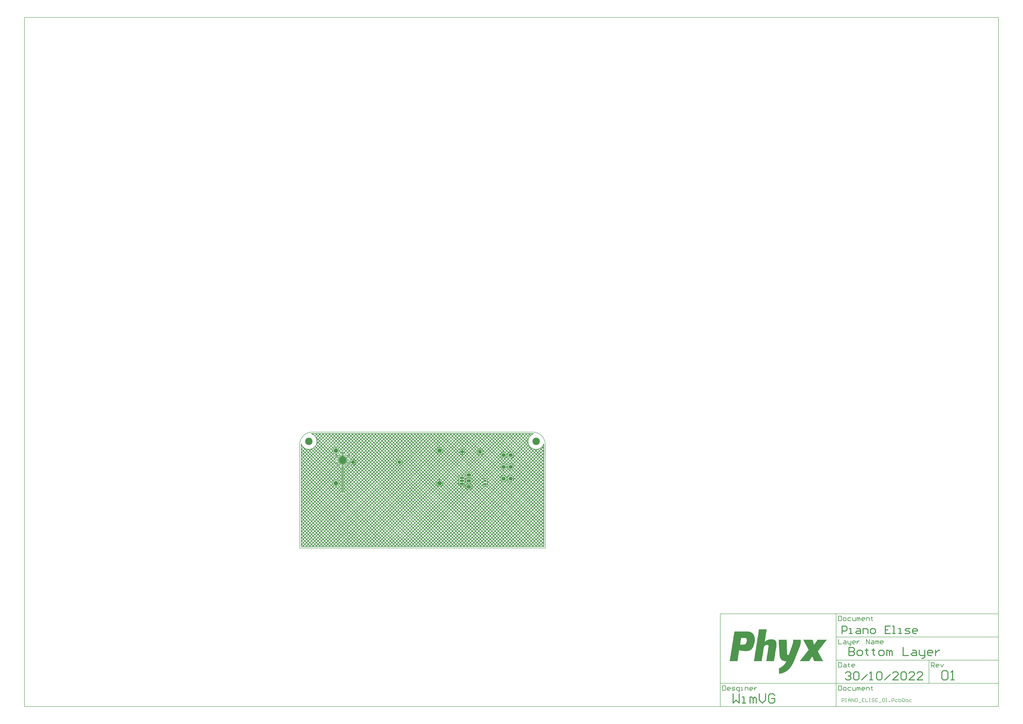
<source format=gbl>
G04*
G04 #@! TF.GenerationSoftware,Altium Limited,Altium Designer,22.10.1 (41)*
G04*
G04 Layer_Physical_Order=2*
G04 Layer_Color=3381759*
%FSLAX25Y25*%
%MOIN*%
G70*
G04*
G04 #@! TF.SameCoordinates,8BAF8B8E-E321-4B2E-8998-6E6DE7EF2018*
G04*
G04*
G04 #@! TF.FilePolarity,Positive*
G04*
G01*
G75*
%ADD10C,0.00787*%
%ADD11C,0.00591*%
%ADD14C,0.01000*%
%ADD15C,0.01575*%
%ADD19C,0.00984*%
%ADD39C,0.07874*%
%ADD40C,0.12598*%
%ADD41C,0.07087*%
%ADD42R,0.03937X0.03937*%
G04:AMPARAMS|DCode=43|XSize=39.37mil|YSize=39.37mil|CornerRadius=9.84mil|HoleSize=0mil|Usage=FLASHONLY|Rotation=270.000|XOffset=0mil|YOffset=0mil|HoleType=Round|Shape=RoundedRectangle|*
%AMROUNDEDRECTD43*
21,1,0.03937,0.01968,0,0,270.0*
21,1,0.01968,0.03937,0,0,270.0*
1,1,0.01968,-0.00984,-0.00984*
1,1,0.01968,-0.00984,0.00984*
1,1,0.01968,0.00984,0.00984*
1,1,0.01968,0.00984,-0.00984*
%
%ADD43ROUNDEDRECTD43*%
%ADD44C,0.06299*%
%ADD45O,0.07874X0.03937*%
%ADD46O,0.07874X0.03937*%
%ADD47O,0.07874X0.05512*%
%ADD48C,0.05906*%
%ADD49R,0.05906X0.05906*%
G36*
X73212Y164356D02*
X73286Y164343D01*
X73358Y164324D01*
X73428Y164298D01*
X73496Y164267D01*
X73561Y164229D01*
X73622Y164187D01*
X73679Y164138D01*
X73732Y164086D01*
X73780Y164028D01*
X73823Y163967D01*
X73860Y163902D01*
X73892Y163835D01*
X73917Y163765D01*
X73936Y163692D01*
X73949Y163619D01*
X73956Y163544D01*
Y163507D01*
X73956Y155378D01*
X73956Y155378D01*
X73981Y155374D01*
X74031Y155367D01*
X74082Y155359D01*
X74132Y155351D01*
X74157Y155346D01*
X74856Y157945D01*
X74856D01*
X74863Y157973D01*
X74884Y158027D01*
X74911Y158078D01*
X74944Y158125D01*
X74982Y158169D01*
X75024Y158208D01*
X75070Y158242D01*
X75120Y158271D01*
X75173Y158294D01*
X75228Y158311D01*
X75285Y158322D01*
X75343Y158326D01*
X75400Y158324D01*
X75457Y158315D01*
X75513Y158300D01*
X75567Y158279D01*
X75618Y158252D01*
X75665Y158220D01*
X75709Y158182D01*
X75748Y158139D01*
X75783Y158093D01*
X75811Y158043D01*
X75834Y157990D01*
X75851Y157935D01*
X75862Y157878D01*
X75866Y157821D01*
X75864Y157763D01*
X75855Y157706D01*
X75848Y157678D01*
X75150Y155084D01*
X75150Y155084D01*
X75195Y155068D01*
X75285Y155034D01*
X75375Y154998D01*
X75463Y154961D01*
X75508Y154942D01*
X77910Y159108D01*
X77910Y159108D01*
X77927Y159137D01*
X77966Y159191D01*
X78010Y159242D01*
X78059Y159288D01*
X78113Y159329D01*
X78170Y159364D01*
X78230Y159394D01*
X78293Y159418D01*
X78358Y159435D01*
X78424Y159447D01*
X78491Y159451D01*
X78559Y159449D01*
X78625Y159440D01*
X78691Y159425D01*
X78755Y159403D01*
X78816Y159375D01*
X78874Y159342D01*
X78929Y159303D01*
X78979Y159258D01*
X79025Y159209D01*
X79066Y159156D01*
X79102Y159099D01*
X79132Y159038D01*
X79155Y158976D01*
X79173Y158911D01*
X79184Y158844D01*
X79188Y158777D01*
X79186Y158710D01*
X79177Y158643D01*
X79162Y158578D01*
X79140Y158514D01*
X79113Y158453D01*
X79096Y158423D01*
X76693Y154258D01*
X76693D01*
X76731Y154230D01*
X76804Y154174D01*
X76877Y154116D01*
X76948Y154058D01*
X76984Y154028D01*
X78877Y155917D01*
X78877D01*
X78897Y155938D01*
X78942Y155974D01*
X78991Y156004D01*
X79043Y156029D01*
X79097Y156048D01*
X79154Y156061D01*
X79211Y156067D01*
X79269Y156067D01*
X79326Y156061D01*
X79382Y156048D01*
X79437Y156029D01*
X79489Y156004D01*
X79538Y155973D01*
X79583Y155937D01*
X79624Y155896D01*
X79659Y155851D01*
X79690Y155802D01*
X79715Y155750D01*
X79734Y155696D01*
X79747Y155639D01*
X79753Y155582D01*
X79753Y155524D01*
X79747Y155467D01*
X79734Y155411D01*
X79715Y155356D01*
X79690Y155304D01*
X79659Y155255D01*
X79623Y155210D01*
X79602Y155190D01*
X77710Y153301D01*
X77710D01*
X77725Y153282D01*
X77757Y153244D01*
X77788Y153206D01*
X77819Y153167D01*
X77834Y153147D01*
X84850Y157204D01*
X84850Y157204D01*
X84883Y157223D01*
X84950Y157255D01*
X85020Y157280D01*
X85093Y157299D01*
X85166Y157313D01*
X85241Y157319D01*
X85315Y157319D01*
X85390Y157313D01*
X85463Y157300D01*
X85535Y157280D01*
X85606Y157255D01*
X85673Y157223D01*
X85738Y157186D01*
X85799Y157143D01*
X85856Y157095D01*
X85909Y157043D01*
X85957Y156985D01*
X86000Y156924D01*
X86038Y156860D01*
X86069Y156792D01*
X86095Y156722D01*
X86114Y156649D01*
X86127Y156576D01*
X86134Y156501D01*
X86134Y156427D01*
X86128Y156352D01*
X86115Y156279D01*
X86095Y156207D01*
X86070Y156137D01*
X86038Y156069D01*
X86001Y156004D01*
X85958Y155943D01*
X85910Y155886D01*
X85857Y155833D01*
X85800Y155785D01*
X85739Y155742D01*
X85707Y155723D01*
X78687Y151664D01*
X78687Y151664D01*
X78697Y151640D01*
X78716Y151591D01*
X78734Y151541D01*
X78752Y151492D01*
X78761Y151467D01*
X81366Y152162D01*
X81366Y152162D01*
X81393Y152170D01*
X81451Y152178D01*
X81508Y152180D01*
X81566Y152176D01*
X81622Y152165D01*
X81678Y152148D01*
X81730Y152125D01*
X81780Y152096D01*
X81827Y152062D01*
X81869Y152023D01*
X81907Y151979D01*
X81939Y151931D01*
X81966Y151880D01*
X81987Y151826D01*
X82002Y151771D01*
X82011Y151714D01*
X82013Y151656D01*
X82008Y151598D01*
X81997Y151542D01*
X81980Y151487D01*
X81957Y151434D01*
X81928Y151384D01*
X81894Y151337D01*
X81855Y151295D01*
X81811Y151258D01*
X81763Y151225D01*
X81712Y151198D01*
X81659Y151177D01*
X81631Y151170D01*
X79022Y150473D01*
Y150473D01*
X79022Y150473D01*
X79022D01*
X79030Y150426D01*
X79045Y150331D01*
X79058Y150236D01*
X79070Y150141D01*
X79075Y150093D01*
X83909Y150096D01*
Y150096D01*
X83943Y150096D01*
X84010Y150089D01*
X84076Y150076D01*
X84140Y150057D01*
X84202Y150031D01*
X84262Y149999D01*
X84317Y149962D01*
X84369Y149919D01*
X84417Y149872D01*
X84460Y149820D01*
X84497Y149764D01*
X84529Y149704D01*
X84555Y149642D01*
X84574Y149578D01*
X84587Y149512D01*
X84594Y149445D01*
X84594Y149378D01*
X84588Y149311D01*
X84574Y149245D01*
X84555Y149180D01*
X84529Y149118D01*
X84497Y149059D01*
X84460Y149003D01*
X84417Y148951D01*
X84370Y148903D01*
X84318Y148861D01*
X84262Y148823D01*
X84203Y148792D01*
X84141Y148766D01*
X84076Y148746D01*
X84010Y148733D01*
X83943Y148726D01*
X83910Y148726D01*
X79064Y148724D01*
Y148724D01*
X79064Y148724D01*
X79064D01*
X79059Y148679D01*
X79046Y148590D01*
X79032Y148501D01*
X79017Y148412D01*
X79009Y148368D01*
X81627Y147663D01*
X81627Y147663D01*
X81655Y147656D01*
X81709Y147635D01*
X81760Y147608D01*
X81808Y147575D01*
X81851Y147538D01*
X81890Y147495D01*
X81925Y147449D01*
X81954Y147399D01*
X81976Y147346D01*
X81994Y147291D01*
X82004Y147234D01*
X82008Y147176D01*
X82006Y147119D01*
X81998Y147062D01*
X81983Y147006D01*
X81961Y146952D01*
X81934Y146901D01*
X81902Y146854D01*
X81864Y146810D01*
X81822Y146771D01*
X81775Y146737D01*
X81725Y146708D01*
X81673Y146685D01*
X81617Y146668D01*
X81561Y146657D01*
X81503Y146653D01*
X81445Y146655D01*
X81388Y146664D01*
X81361Y146671D01*
X78736Y147377D01*
X78726Y147352D01*
X78707Y147302D01*
X78688Y147252D01*
X78668Y147202D01*
X78657Y147177D01*
X85680Y143118D01*
X85680Y143118D01*
X85712Y143099D01*
X85773Y143056D01*
X85830Y143008D01*
X85883Y142956D01*
X85931Y142898D01*
X85974Y142837D01*
X86011Y142772D01*
X86043Y142705D01*
X86068Y142634D01*
X86088Y142562D01*
X86101Y142489D01*
X86107Y142414D01*
X86107Y142340D01*
X86101Y142265D01*
X86088Y142192D01*
X86068Y142120D01*
X86043Y142049D01*
X86011Y141982D01*
X85974Y141917D01*
X85931Y141856D01*
X85883Y141799D01*
X85830Y141746D01*
X85773Y141698D01*
X85711Y141655D01*
X85647Y141618D01*
X85579Y141586D01*
X85509Y141561D01*
X85437Y141541D01*
X85363Y141528D01*
X85289Y141522D01*
X85214Y141522D01*
X85140Y141528D01*
X85066Y141542D01*
X84994Y141561D01*
X84924Y141586D01*
X84856Y141618D01*
X84824Y141637D01*
X77785Y145705D01*
X77771Y145687D01*
X77741Y145651D01*
X77712Y145616D01*
X77682Y145581D01*
X77667Y145563D01*
X79608Y143618D01*
X79608Y143618D01*
X79629Y143598D01*
X79664Y143552D01*
X79695Y143504D01*
X79720Y143452D01*
X79739Y143397D01*
X79752Y143341D01*
X79758Y143283D01*
X79758Y143226D01*
X79752Y143168D01*
X79739Y143112D01*
X79720Y143058D01*
X79695Y143006D01*
X79664Y142957D01*
X79628Y142912D01*
X79587Y142871D01*
X79542Y142835D01*
X79493Y142805D01*
X79441Y142780D01*
X79387Y142761D01*
X79330Y142748D01*
X79273Y142741D01*
X79215Y142741D01*
X79158Y142748D01*
X79102Y142761D01*
X79047Y142780D01*
X78995Y142805D01*
X78947Y142836D01*
X78901Y142872D01*
X78881Y142892D01*
X76933Y144844D01*
X76899Y144816D01*
X76831Y144762D01*
X76762Y144708D01*
X76692Y144655D01*
X76657Y144629D01*
X79104Y140394D01*
X79104D01*
X79121Y140365D01*
X79149Y140304D01*
X79171Y140240D01*
X79186Y140175D01*
X79195Y140108D01*
X79197Y140041D01*
X79193Y139974D01*
X79182Y139907D01*
X79164Y139842D01*
X79141Y139779D01*
X79111Y139719D01*
X79075Y139662D01*
X79034Y139608D01*
X78988Y139559D01*
X78938Y139515D01*
X78883Y139476D01*
X78825Y139442D01*
X78764Y139414D01*
X78700Y139393D01*
X78635Y139377D01*
X78568Y139368D01*
X78501Y139366D01*
X78434Y139371D01*
X78367Y139382D01*
X78302Y139399D01*
X78239Y139423D01*
X78179Y139452D01*
X78122Y139488D01*
X78068Y139529D01*
X78019Y139575D01*
X77975Y139625D01*
X77936Y139680D01*
X77919Y139709D01*
X77919Y139709D01*
X75465Y143954D01*
X75423Y143936D01*
X75337Y143901D01*
X75251Y143868D01*
X75165Y143836D01*
X75121Y143820D01*
X75832Y141155D01*
Y141155D01*
X75840Y141127D01*
X75849Y141070D01*
X75851Y141012D01*
X75846Y140955D01*
X75836Y140898D01*
X75818Y140843D01*
X75795Y140790D01*
X75766Y140740D01*
X75732Y140694D01*
X75693Y140651D01*
X75649Y140614D01*
X75601Y140581D01*
X75550Y140554D01*
X75497Y140533D01*
X75441Y140518D01*
X75384Y140510D01*
X75326Y140508D01*
X75269Y140512D01*
X75212Y140523D01*
X75157Y140540D01*
X75104Y140563D01*
X75054Y140592D01*
X75008Y140626D01*
X74965Y140666D01*
X74928Y140709D01*
X74895Y140757D01*
X74868Y140808D01*
X74847Y140862D01*
X74840Y140890D01*
X74126Y143563D01*
X74126Y143563D01*
X74105Y143559D01*
X74063Y143552D01*
X74020Y143546D01*
X73977Y143540D01*
X73956Y143537D01*
X73956Y94302D01*
X73956D01*
Y94264D01*
X73949Y94190D01*
X73936Y94116D01*
X73917Y94044D01*
X73892Y93974D01*
X73860Y93906D01*
X73823Y93841D01*
X73780Y93780D01*
X73732Y93723D01*
X73679Y93670D01*
X73622Y93622D01*
X73561Y93580D01*
X73496Y93542D01*
X73428Y93511D01*
X73358Y93485D01*
X73286Y93466D01*
X73212Y93453D01*
X73138Y93446D01*
X73063D01*
X72989Y93453D01*
X72915Y93466D01*
X72843Y93485D01*
X72773Y93511D01*
X72705Y93542D01*
X72640Y93580D01*
X72579Y93622D01*
X72522Y93670D01*
X72469Y93723D01*
X72421Y93780D01*
X72378Y93841D01*
X72341Y93906D01*
X72309Y93974D01*
X72284Y94044D01*
X72264Y94116D01*
X72251Y94190D01*
X72245Y94264D01*
Y94302D01*
X72245Y143546D01*
X72245Y143546D01*
X72221Y143549D01*
X72174Y143557D01*
X72126Y143565D01*
X72079Y143573D01*
X72056Y143577D01*
X71334Y140893D01*
Y140893D01*
X71326Y140863D01*
X71303Y140806D01*
X71273Y140752D01*
X71237Y140702D01*
X71195Y140656D01*
X71148Y140616D01*
X71097Y140582D01*
X71042Y140554D01*
X70984Y140533D01*
X70924Y140519D01*
X70863Y140512D01*
X70801Y140513D01*
X70740Y140521D01*
X70680Y140537D01*
X70622Y140559D01*
X70568Y140588D01*
X70517Y140623D01*
X70472Y140665D01*
X70431Y140711D01*
X70396Y140762D01*
X70368Y140817D01*
X70346Y140874D01*
X70331Y140934D01*
X70324Y140996D01*
Y141026D01*
Y141043D01*
X70326Y141077D01*
X70330Y141111D01*
X70337Y141144D01*
X70341Y141160D01*
X71065Y143848D01*
Y143848D01*
X71026Y143863D01*
X70950Y143892D01*
X70873Y143922D01*
X70798Y143954D01*
X70760Y143970D01*
X68300Y139705D01*
X68300Y139705D01*
X68284Y139677D01*
X68247Y139625D01*
X68205Y139576D01*
X68159Y139532D01*
X68109Y139492D01*
X68055Y139456D01*
X67999Y139427D01*
X67940Y139402D01*
X67879Y139383D01*
X67816Y139370D01*
X67752Y139363D01*
X67688Y139362D01*
X67624Y139366D01*
X67561Y139377D01*
X67499Y139394D01*
X67439Y139416D01*
X67381Y139444D01*
X67326Y139477D01*
X67275Y139515D01*
X67227Y139557D01*
X67184Y139604D01*
X67145Y139655D01*
X67110Y139709D01*
X67081Y139767D01*
X67058Y139826D01*
X67040Y139888D01*
X67028Y139951D01*
X67023Y140015D01*
Y140047D01*
Y140069D01*
X67025Y140114D01*
X67031Y140158D01*
X67040Y140202D01*
X67052Y140245D01*
X67066Y140288D01*
X67083Y140329D01*
X67103Y140369D01*
X67114Y140389D01*
X69574Y144654D01*
X69536Y144682D01*
X69462Y144739D01*
X69388Y144797D01*
X69315Y144856D01*
X69279Y144886D01*
X67300Y142911D01*
X67279Y142889D01*
X67231Y142852D01*
X67180Y142821D01*
X67125Y142795D01*
X67067Y142777D01*
X67008Y142765D01*
X66947Y142760D01*
X66887Y142762D01*
X66827Y142772D01*
X66769Y142788D01*
X66713Y142812D01*
X66660Y142841D01*
X66611Y142877D01*
X66566Y142918D01*
X66527Y142964D01*
X66493Y143014D01*
X66466Y143068D01*
X66445Y143125D01*
X66431Y143184D01*
X66424Y143244D01*
Y143274D01*
Y143300D01*
X66429Y143350D01*
X66439Y143400D01*
X66453Y143448D01*
X66473Y143495D01*
X66496Y143539D01*
X66525Y143581D01*
X66557Y143620D01*
X66575Y143638D01*
X68554Y145614D01*
X68554Y145614D01*
X68540Y145630D01*
X68513Y145662D01*
X68487Y145695D01*
X68461Y145727D01*
X68448Y145744D01*
X61339Y141634D01*
X61339Y141634D01*
X61307Y141615D01*
X61239Y141584D01*
X61169Y141558D01*
X61097Y141539D01*
X61023Y141525D01*
X60949Y141519D01*
X60874Y141519D01*
X60799Y141525D01*
X60726Y141538D01*
X60654Y141558D01*
X60584Y141583D01*
X60516Y141615D01*
X60451Y141652D01*
X60390Y141695D01*
X60333Y141743D01*
X60280Y141796D01*
X60232Y141853D01*
X60189Y141914D01*
X60151Y141979D01*
X60120Y142047D01*
X60094Y142117D01*
X60075Y142189D01*
X60062Y142263D01*
X60055Y142337D01*
Y142374D01*
Y142412D01*
X60062Y142486D01*
X60075Y142560D01*
X60094Y142632D01*
X60120Y142702D01*
X60151Y142770D01*
X60189Y142834D01*
X60231Y142895D01*
X60279Y142953D01*
X60332Y143005D01*
X60389Y143053D01*
X60450Y143096D01*
X60483Y143115D01*
X67587Y147223D01*
Y147223D01*
Y147223D01*
D01*
X67578Y147245D01*
X67561Y147290D01*
X67544Y147335D01*
X67527Y147380D01*
X67518Y147402D01*
X64837Y146686D01*
X64837Y146686D01*
X64809Y146679D01*
X64750Y146670D01*
X64692Y146669D01*
X64633Y146673D01*
X64575Y146685D01*
X64519Y146703D01*
X64466Y146727D01*
X64415Y146757D01*
X64368Y146793D01*
X64326Y146834D01*
X64289Y146880D01*
X64257Y146929D01*
X64231Y146982D01*
X64211Y147038D01*
X64198Y147095D01*
X64191Y147153D01*
Y147183D01*
Y147211D01*
X64197Y147267D01*
X64209Y147321D01*
X64227Y147375D01*
X64251Y147426D01*
X64280Y147474D01*
X64314Y147518D01*
X64353Y147559D01*
X64396Y147595D01*
X64443Y147626D01*
X64493Y147652D01*
X64545Y147672D01*
X64572Y147679D01*
X67250Y148394D01*
Y148394D01*
X67250Y148394D01*
X67250Y148394D01*
X67242Y148434D01*
X67229Y148515D01*
X67216Y148597D01*
X67205Y148678D01*
X67200Y148719D01*
X62301Y148716D01*
X62301D01*
X62267Y148716D01*
X62200Y148723D01*
X62134Y148736D01*
X62070Y148756D01*
X62008Y148781D01*
X61948Y148813D01*
X61892Y148850D01*
X61840Y148893D01*
X61793Y148941D01*
X61750Y148993D01*
X61713Y149049D01*
X61681Y149108D01*
X61655Y149170D01*
X61636Y149234D01*
X61623Y149301D01*
X61616Y149367D01*
Y149401D01*
Y149435D01*
X61623Y149502D01*
X61636Y149568D01*
X61655Y149632D01*
X61681Y149694D01*
X61712Y149753D01*
X61750Y149809D01*
X61792Y149861D01*
X61840Y149909D01*
X61892Y149952D01*
X61948Y149989D01*
X62007Y150021D01*
X62069Y150046D01*
X62134Y150066D01*
X62200Y150079D01*
X62266Y150086D01*
X62300Y150086D01*
X67188Y150088D01*
Y150088D01*
X67188Y150088D01*
X67188D01*
X67193Y150136D01*
X67204Y150231D01*
X67217Y150326D01*
X67232Y150421D01*
X67240Y150469D01*
X64575Y151185D01*
X64575Y151185D01*
X64548Y151193D01*
X64496Y151213D01*
X64447Y151239D01*
X64400Y151270D01*
X64357Y151306D01*
X64318Y151347D01*
X64284Y151391D01*
X64255Y151439D01*
X64231Y151490D01*
X64213Y151543D01*
X64201Y151598D01*
X64195Y151654D01*
Y151681D01*
Y151711D01*
X64202Y151769D01*
X64215Y151827D01*
X64235Y151882D01*
X64261Y151935D01*
X64293Y151985D01*
X64331Y152030D01*
X64373Y152071D01*
X64420Y152107D01*
X64470Y152137D01*
X64524Y152162D01*
X64580Y152180D01*
X64638Y152191D01*
X64697Y152196D01*
X64756Y152194D01*
X64814Y152185D01*
X64842Y152178D01*
X67501Y151463D01*
X67507Y151482D01*
X67522Y151521D01*
X67536Y151559D01*
X67550Y151597D01*
X67558Y151617D01*
X60454Y155723D01*
X60421Y155742D01*
X60360Y155784D01*
X60303Y155833D01*
X60250Y155885D01*
X60202Y155943D01*
X60159Y156004D01*
X60122Y156068D01*
X60091Y156136D01*
X60065Y156206D01*
X60046Y156278D01*
X60033Y156352D01*
X60026Y156426D01*
Y156464D01*
Y156501D01*
X60033Y156575D01*
X60046Y156649D01*
X60065Y156721D01*
X60091Y156791D01*
X60122Y156859D01*
X60160Y156924D01*
X60202Y156985D01*
X60251Y157042D01*
X60303Y157095D01*
X60361Y157143D01*
X60422Y157186D01*
X60487Y157223D01*
X60554Y157255D01*
X60624Y157280D01*
X60697Y157300D01*
X60770Y157313D01*
X60845Y157319D01*
X60919Y157319D01*
X60994Y157313D01*
X61067Y157299D01*
X61140Y157280D01*
X61210Y157255D01*
X61278Y157223D01*
X61310Y157204D01*
X68398Y153107D01*
Y153107D01*
X68414Y153128D01*
X68445Y153168D01*
X68477Y153208D01*
X68509Y153247D01*
X68525Y153267D01*
X66602Y155194D01*
X66602Y155194D01*
X66584Y155212D01*
X66552Y155251D01*
X66524Y155293D01*
X66500Y155337D01*
X66481Y155384D01*
X66466Y155432D01*
X66457Y155482D01*
X66452Y155532D01*
Y155557D01*
Y155587D01*
X66459Y155648D01*
X66473Y155707D01*
X66494Y155763D01*
X66522Y155817D01*
X66555Y155868D01*
X66595Y155914D01*
X66639Y155955D01*
X66688Y155991D01*
X66741Y156020D01*
X66797Y156043D01*
X66855Y156060D01*
X66915Y156069D01*
X66976Y156072D01*
X67036Y156067D01*
X67096Y156055D01*
X67153Y156036D01*
X67208Y156011D01*
X67260Y155979D01*
X67308Y155941D01*
X67329Y155920D01*
X69246Y153999D01*
X69246Y153999D01*
X69280Y154029D01*
X69350Y154087D01*
X69421Y154144D01*
X69492Y154199D01*
X69528Y154227D01*
X67106Y158418D01*
Y158418D01*
X67094Y158437D01*
X67075Y158478D01*
X67057Y158519D01*
X67043Y158562D01*
X67031Y158605D01*
X67023Y158649D01*
X67017Y158693D01*
X67014Y158738D01*
Y158760D01*
Y158793D01*
X67020Y158856D01*
X67032Y158919D01*
X67049Y158981D01*
X67073Y159040D01*
X67102Y159098D01*
X67136Y159152D01*
X67175Y159203D01*
X67218Y159250D01*
X67266Y159292D01*
X67318Y159330D01*
X67372Y159363D01*
X67430Y159391D01*
X67490Y159414D01*
X67552Y159430D01*
X67615Y159441D01*
X67679Y159446D01*
X67743Y159444D01*
X67807Y159437D01*
X67869Y159424D01*
X67931Y159405D01*
X67990Y159381D01*
X68046Y159351D01*
X68100Y159316D01*
X68150Y159276D01*
X68196Y159232D01*
X68238Y159183D01*
X68275Y159131D01*
X68291Y159103D01*
X68291D01*
X70708Y154921D01*
X70708Y154921D01*
X70751Y154940D01*
X70837Y154977D01*
X70925Y155013D01*
X71012Y155047D01*
X71056Y155063D01*
X70357Y157683D01*
X70357Y157683D01*
X70353Y157699D01*
X70346Y157732D01*
X70342Y157765D01*
X70339Y157799D01*
Y157816D01*
Y157847D01*
X70347Y157908D01*
X70362Y157968D01*
X70383Y158026D01*
X70412Y158080D01*
X70447Y158131D01*
X70487Y158178D01*
X70533Y158219D01*
X70584Y158254D01*
X70638Y158283D01*
X70696Y158306D01*
X70756Y158321D01*
X70817Y158329D01*
X70879Y158330D01*
X70940Y158323D01*
X71000Y158309D01*
X71058Y158288D01*
X71113Y158260D01*
X71165Y158226D01*
X71211Y158185D01*
X71253Y158140D01*
X71289Y158089D01*
X71319Y158035D01*
X71342Y157978D01*
X71350Y157948D01*
X72047Y155335D01*
X72047Y155335D01*
X72072Y155340D01*
X72121Y155349D01*
X72171Y155357D01*
X72220Y155365D01*
X72245Y155369D01*
X72245Y163507D01*
X72245D01*
Y163544D01*
X72251Y163619D01*
X72264Y163692D01*
X72284Y163765D01*
X72309Y163835D01*
X72341Y163902D01*
X72378Y163967D01*
X72421Y164028D01*
X72469Y164086D01*
X72522Y164138D01*
X72579Y164187D01*
X72640Y164229D01*
X72705Y164267D01*
X72773Y164298D01*
X72843Y164324D01*
X72915Y164343D01*
X72989Y164356D01*
X73063Y164363D01*
X73138D01*
X73212Y164356D01*
D02*
G37*
G36*
X895101Y-155808D02*
X894814D01*
Y-156094D01*
X894528D01*
Y-156380D01*
Y-156667D01*
X894242D01*
Y-156953D01*
X893955D01*
Y-157239D01*
X893669D01*
Y-157526D01*
Y-157812D01*
X893383D01*
Y-158098D01*
X893096D01*
Y-158385D01*
X892810D01*
Y-158671D01*
X892524D01*
Y-158957D01*
Y-159244D01*
X892237D01*
Y-159530D01*
X891951D01*
Y-159816D01*
X891665D01*
Y-160102D01*
Y-160389D01*
X891378D01*
Y-160675D01*
X891092D01*
Y-160961D01*
X890806D01*
Y-161248D01*
X890520D01*
Y-161534D01*
Y-161820D01*
X890233D01*
Y-162107D01*
X889947D01*
Y-162393D01*
X889661D01*
Y-162679D01*
Y-162966D01*
X889374D01*
Y-163252D01*
X889088D01*
Y-163538D01*
X888802D01*
Y-163824D01*
Y-164111D01*
X888515D01*
Y-164397D01*
X888229D01*
Y-164683D01*
X887943D01*
Y-164970D01*
X887656D01*
Y-165256D01*
Y-165542D01*
X887370D01*
Y-165829D01*
X887084D01*
Y-166115D01*
X886798D01*
Y-166401D01*
Y-166688D01*
X886511D01*
Y-166974D01*
X886225D01*
Y-167260D01*
X885939D01*
Y-167547D01*
Y-167833D01*
X885652D01*
Y-168119D01*
X885366D01*
Y-168405D01*
X885080D01*
Y-168692D01*
X884793D01*
Y-168978D01*
Y-169264D01*
X884507D01*
Y-169551D01*
X884221D01*
Y-169837D01*
X883934D01*
Y-170123D01*
Y-170410D01*
X883648D01*
Y-170696D01*
X883362D01*
Y-170982D01*
X883076D01*
Y-171269D01*
Y-171555D01*
X882789D01*
Y-171841D01*
X882503D01*
Y-172127D01*
X882216D01*
Y-172414D01*
X881930D01*
Y-172700D01*
Y-172986D01*
X881644D01*
Y-173273D01*
X881358D01*
Y-173559D01*
X881071D01*
Y-173845D01*
Y-174132D01*
X880785D01*
Y-174418D01*
X880499D01*
Y-174704D01*
X880212D01*
Y-174991D01*
X879926D01*
Y-175277D01*
Y-175563D01*
X880212D01*
Y-175850D01*
Y-176136D01*
X880499D01*
Y-176422D01*
Y-176709D01*
X880785D01*
Y-176995D01*
X881071D01*
Y-177281D01*
Y-177568D01*
X881358D01*
Y-177854D01*
Y-178140D01*
X881644D01*
Y-178426D01*
Y-178713D01*
X881930D01*
Y-178999D01*
Y-179285D01*
X882216D01*
Y-179572D01*
Y-179858D01*
X882503D01*
Y-180144D01*
Y-180431D01*
X882789D01*
Y-180717D01*
Y-181003D01*
X883076D01*
Y-181290D01*
Y-181576D01*
X883362D01*
Y-181862D01*
X883648D01*
Y-182149D01*
Y-182435D01*
X883934D01*
Y-182721D01*
Y-183007D01*
X884221D01*
Y-183294D01*
Y-183580D01*
X884507D01*
Y-183866D01*
Y-184153D01*
X884793D01*
Y-184439D01*
Y-184725D01*
X885080D01*
Y-185012D01*
Y-185298D01*
X885366D01*
Y-185584D01*
Y-185871D01*
X885652D01*
Y-186157D01*
X885939D01*
Y-186443D01*
Y-186730D01*
X886225D01*
Y-187016D01*
Y-187302D01*
X886511D01*
Y-187588D01*
Y-187875D01*
X886798D01*
Y-188161D01*
Y-188447D01*
X887084D01*
Y-188734D01*
Y-189020D01*
X887370D01*
Y-189306D01*
Y-189593D01*
X887656D01*
Y-189879D01*
Y-190165D01*
X887943D01*
Y-190452D01*
X888229D01*
Y-190738D01*
Y-191024D01*
X888515D01*
Y-191311D01*
Y-191597D01*
X888802D01*
Y-191883D01*
X873627D01*
Y-191597D01*
X873341D01*
Y-191311D01*
Y-191024D01*
Y-190738D01*
X873055D01*
Y-190452D01*
Y-190165D01*
Y-189879D01*
X872768D01*
Y-189593D01*
Y-189306D01*
X872482D01*
Y-189020D01*
Y-188734D01*
Y-188447D01*
X872196D01*
Y-188161D01*
Y-187875D01*
Y-187588D01*
X871909D01*
Y-187302D01*
Y-187016D01*
X871623D01*
Y-186730D01*
Y-186443D01*
Y-186157D01*
X871337D01*
Y-185871D01*
Y-185584D01*
Y-185298D01*
X871050D01*
Y-185012D01*
Y-184725D01*
Y-184439D01*
X870764D01*
Y-184153D01*
X870191D01*
Y-184439D01*
Y-184725D01*
X869905D01*
Y-185012D01*
X869619D01*
Y-185298D01*
Y-185584D01*
X869332D01*
Y-185871D01*
X869046D01*
Y-186157D01*
Y-186443D01*
X868760D01*
Y-186730D01*
X868474D01*
Y-187016D01*
Y-187302D01*
X868187D01*
Y-187588D01*
X867901D01*
Y-187875D01*
X867615D01*
Y-188161D01*
Y-188447D01*
X867328D01*
Y-188734D01*
X867042D01*
Y-189020D01*
Y-189306D01*
X866756D01*
Y-189593D01*
X866469D01*
Y-189879D01*
Y-190165D01*
X866183D01*
Y-190452D01*
X865897D01*
Y-190738D01*
Y-191024D01*
X865610D01*
Y-191311D01*
X865324D01*
Y-191597D01*
Y-191883D01*
X849290D01*
Y-191597D01*
X849577D01*
Y-191311D01*
X849863D01*
Y-191024D01*
X850150D01*
Y-190738D01*
X850436D01*
Y-190452D01*
Y-190165D01*
X850722D01*
Y-189879D01*
X851008D01*
Y-189593D01*
X851295D01*
Y-189306D01*
X851581D01*
Y-189020D01*
Y-188734D01*
X851867D01*
Y-188447D01*
X852154D01*
Y-188161D01*
X852440D01*
Y-187875D01*
Y-187588D01*
X852726D01*
Y-187302D01*
X853013D01*
Y-187016D01*
X853299D01*
Y-186730D01*
X853585D01*
Y-186443D01*
Y-186157D01*
X853872D01*
Y-185871D01*
X854158D01*
Y-185584D01*
X854444D01*
Y-185298D01*
X854731D01*
Y-185012D01*
Y-184725D01*
X855017D01*
Y-184439D01*
X855303D01*
Y-184153D01*
X855589D01*
Y-183866D01*
Y-183580D01*
X855876D01*
Y-183294D01*
X856162D01*
Y-183007D01*
X856448D01*
Y-182721D01*
X856735D01*
Y-182435D01*
Y-182149D01*
X857021D01*
Y-181862D01*
X857307D01*
Y-181576D01*
X857594D01*
Y-181290D01*
Y-181003D01*
X857880D01*
Y-180717D01*
X858166D01*
Y-180431D01*
X858453D01*
Y-180144D01*
X858739D01*
Y-179858D01*
Y-179572D01*
X859025D01*
Y-179285D01*
X859311D01*
Y-178999D01*
X859598D01*
Y-178713D01*
Y-178426D01*
X859884D01*
Y-178140D01*
X860170D01*
Y-177854D01*
X860457D01*
Y-177568D01*
X860743D01*
Y-177281D01*
Y-176995D01*
X861029D01*
Y-176709D01*
X861316D01*
Y-176422D01*
X861602D01*
Y-176136D01*
X861888D01*
Y-175850D01*
Y-175563D01*
X862175D01*
Y-175277D01*
X862461D01*
Y-174991D01*
X862747D01*
Y-174704D01*
Y-174418D01*
X863034D01*
Y-174132D01*
X863320D01*
Y-173845D01*
X863606D01*
Y-173559D01*
X863892D01*
Y-173273D01*
Y-172986D01*
X864179D01*
Y-172700D01*
Y-172414D01*
Y-172127D01*
X863892D01*
Y-171841D01*
X863606D01*
Y-171555D01*
Y-171269D01*
X863320D01*
Y-170982D01*
Y-170696D01*
X863034D01*
Y-170410D01*
Y-170123D01*
X862747D01*
Y-169837D01*
Y-169551D01*
X862461D01*
Y-169264D01*
Y-168978D01*
X862175D01*
Y-168692D01*
Y-168405D01*
X861888D01*
Y-168119D01*
X861602D01*
Y-167833D01*
Y-167547D01*
X861316D01*
Y-167260D01*
Y-166974D01*
X861029D01*
Y-166688D01*
Y-166401D01*
X860743D01*
Y-166115D01*
Y-165829D01*
X860457D01*
Y-165542D01*
Y-165256D01*
X860170D01*
Y-164970D01*
Y-164683D01*
X859884D01*
Y-164397D01*
X859598D01*
Y-164111D01*
Y-163824D01*
X859311D01*
Y-163538D01*
Y-163252D01*
X859025D01*
Y-162966D01*
Y-162679D01*
X858739D01*
Y-162393D01*
Y-162107D01*
X858453D01*
Y-161820D01*
Y-161534D01*
X858166D01*
Y-161248D01*
Y-160961D01*
X857880D01*
Y-160675D01*
Y-160389D01*
X857594D01*
Y-160102D01*
X857307D01*
Y-159816D01*
Y-159530D01*
X857021D01*
Y-159244D01*
Y-158957D01*
X856735D01*
Y-158671D01*
Y-158385D01*
X856448D01*
Y-158098D01*
Y-157812D01*
X856162D01*
Y-157526D01*
Y-157239D01*
X855876D01*
Y-156953D01*
Y-156667D01*
X855589D01*
Y-156380D01*
X855303D01*
Y-156094D01*
Y-155808D01*
X855017D01*
Y-155521D01*
X870764D01*
Y-155808D01*
X871050D01*
Y-156094D01*
Y-156380D01*
Y-156667D01*
X871337D01*
Y-156953D01*
Y-157239D01*
Y-157526D01*
X871623D01*
Y-157812D01*
Y-158098D01*
Y-158385D01*
X871909D01*
Y-158671D01*
Y-158957D01*
Y-159244D01*
X872196D01*
Y-159530D01*
Y-159816D01*
Y-160102D01*
X872482D01*
Y-160389D01*
Y-160675D01*
Y-160961D01*
X872768D01*
Y-161248D01*
Y-161534D01*
Y-161820D01*
X873055D01*
Y-162107D01*
Y-162393D01*
Y-162679D01*
X873341D01*
Y-162966D01*
Y-163252D01*
Y-163538D01*
Y-163824D01*
X873913D01*
Y-163538D01*
X874200D01*
Y-163252D01*
X874486D01*
Y-162966D01*
Y-162679D01*
X874772D01*
Y-162393D01*
X875059D01*
Y-162107D01*
Y-161820D01*
X875345D01*
Y-161534D01*
X875631D01*
Y-161248D01*
Y-160961D01*
X875918D01*
Y-160675D01*
X876204D01*
Y-160389D01*
Y-160102D01*
X876490D01*
Y-159816D01*
X876777D01*
Y-159530D01*
Y-159244D01*
X877063D01*
Y-158957D01*
X877349D01*
Y-158671D01*
Y-158385D01*
X877635D01*
Y-158098D01*
X877922D01*
Y-157812D01*
Y-157526D01*
X878208D01*
Y-157239D01*
X878494D01*
Y-156953D01*
Y-156667D01*
X878781D01*
Y-156380D01*
X879067D01*
Y-156094D01*
Y-155808D01*
X879353D01*
Y-155521D01*
X895101D01*
Y-155808D01*
D02*
G37*
G36*
X761965Y-141778D02*
X763683D01*
Y-142065D01*
X764542D01*
Y-142351D01*
X765401D01*
Y-142637D01*
X766260D01*
Y-142924D01*
X766832D01*
Y-143210D01*
X767119D01*
Y-143496D01*
X767691D01*
Y-143783D01*
X767978D01*
Y-144069D01*
X768550D01*
Y-144355D01*
X768837D01*
Y-144641D01*
X769123D01*
Y-144928D01*
X769409D01*
Y-145214D01*
X769696D01*
Y-145501D01*
X769982D01*
Y-145787D01*
X770268D01*
Y-146073D01*
Y-146359D01*
X770554D01*
Y-146646D01*
X770841D01*
Y-146932D01*
Y-147218D01*
X771127D01*
Y-147505D01*
X771414D01*
Y-147791D01*
Y-148077D01*
X771700D01*
Y-148364D01*
Y-148650D01*
Y-148936D01*
X771986D01*
Y-149223D01*
Y-149509D01*
Y-149795D01*
X772272D01*
Y-150082D01*
Y-150368D01*
Y-150654D01*
Y-150940D01*
X772559D01*
Y-151227D01*
Y-151513D01*
Y-151799D01*
Y-152086D01*
Y-152372D01*
X772845D01*
Y-152658D01*
Y-152945D01*
Y-153231D01*
Y-153517D01*
Y-153804D01*
Y-154090D01*
Y-154376D01*
Y-154663D01*
Y-154949D01*
Y-155235D01*
Y-155521D01*
Y-155808D01*
Y-156094D01*
Y-156380D01*
Y-156667D01*
Y-156953D01*
Y-157239D01*
Y-157526D01*
Y-157812D01*
Y-158098D01*
X772559D01*
Y-158385D01*
Y-158671D01*
Y-158957D01*
Y-159244D01*
Y-159530D01*
Y-159816D01*
Y-160102D01*
X772272D01*
Y-160389D01*
Y-160675D01*
Y-160961D01*
Y-161248D01*
Y-161534D01*
X771986D01*
Y-161820D01*
Y-162107D01*
Y-162393D01*
Y-162679D01*
Y-162966D01*
X771700D01*
Y-163252D01*
Y-163538D01*
Y-163824D01*
X771414D01*
Y-164111D01*
Y-164397D01*
Y-164683D01*
Y-164970D01*
X771127D01*
Y-165256D01*
Y-165542D01*
Y-165829D01*
X770841D01*
Y-166115D01*
Y-166401D01*
X770554D01*
Y-166688D01*
Y-166974D01*
Y-167260D01*
X770268D01*
Y-167547D01*
Y-167833D01*
X769982D01*
Y-168119D01*
Y-168405D01*
X769696D01*
Y-168692D01*
Y-168978D01*
X769409D01*
Y-169264D01*
X769123D01*
Y-169551D01*
Y-169837D01*
X768837D01*
Y-170123D01*
X768550D01*
Y-170410D01*
X768264D01*
Y-170696D01*
Y-170982D01*
X767978D01*
Y-171269D01*
X767691D01*
Y-171555D01*
X767405D01*
Y-171841D01*
X767119D01*
Y-172127D01*
X766832D01*
Y-172414D01*
X766260D01*
Y-172700D01*
X765974D01*
Y-172986D01*
X765401D01*
Y-173273D01*
X765115D01*
Y-173559D01*
X764542D01*
Y-173845D01*
X763683D01*
Y-174132D01*
X762824D01*
Y-174418D01*
X761965D01*
Y-174704D01*
X760247D01*
Y-174991D01*
X755094D01*
Y-174704D01*
X752517D01*
Y-174418D01*
X750513D01*
Y-174132D01*
X749081D01*
Y-173845D01*
X747649D01*
Y-173559D01*
X746218D01*
Y-173845D01*
Y-174132D01*
Y-174418D01*
Y-174704D01*
Y-174991D01*
Y-175277D01*
Y-175563D01*
X745932D01*
Y-175850D01*
Y-176136D01*
Y-176422D01*
Y-176709D01*
Y-176995D01*
Y-177281D01*
X745645D01*
Y-177568D01*
Y-177854D01*
Y-178140D01*
Y-178426D01*
Y-178713D01*
Y-178999D01*
X745359D01*
Y-179285D01*
Y-179572D01*
Y-179858D01*
Y-180144D01*
Y-180431D01*
Y-180717D01*
Y-181003D01*
X745073D01*
Y-181290D01*
Y-181576D01*
Y-181862D01*
Y-182149D01*
Y-182435D01*
Y-182721D01*
X744786D01*
Y-183007D01*
Y-183294D01*
Y-183580D01*
Y-183866D01*
Y-184153D01*
Y-184439D01*
X744500D01*
Y-184725D01*
Y-185012D01*
Y-185298D01*
Y-185584D01*
Y-185871D01*
Y-186157D01*
Y-186443D01*
X744214D01*
Y-186730D01*
Y-187016D01*
Y-187302D01*
Y-187588D01*
Y-187875D01*
Y-188161D01*
X743927D01*
Y-188447D01*
Y-188734D01*
Y-189020D01*
Y-189306D01*
Y-189593D01*
Y-189879D01*
X743641D01*
Y-190165D01*
Y-190452D01*
Y-190738D01*
Y-191024D01*
Y-191311D01*
Y-191597D01*
Y-191883D01*
X730184D01*
Y-191597D01*
X730471D01*
Y-191311D01*
Y-191024D01*
Y-190738D01*
Y-190452D01*
Y-190165D01*
X730757D01*
Y-189879D01*
Y-189593D01*
Y-189306D01*
Y-189020D01*
Y-188734D01*
Y-188447D01*
Y-188161D01*
X731043D01*
Y-187875D01*
Y-187588D01*
Y-187302D01*
Y-187016D01*
Y-186730D01*
Y-186443D01*
X731330D01*
Y-186157D01*
Y-185871D01*
Y-185584D01*
Y-185298D01*
Y-185012D01*
Y-184725D01*
X731616D01*
Y-184439D01*
Y-184153D01*
Y-183866D01*
Y-183580D01*
Y-183294D01*
Y-183007D01*
Y-182721D01*
X731902D01*
Y-182435D01*
Y-182149D01*
Y-181862D01*
Y-181576D01*
Y-181290D01*
Y-181003D01*
X732189D01*
Y-180717D01*
Y-180431D01*
Y-180144D01*
Y-179858D01*
Y-179572D01*
Y-179285D01*
X732475D01*
Y-178999D01*
Y-178713D01*
Y-178426D01*
Y-178140D01*
Y-177854D01*
Y-177568D01*
X732761D01*
Y-177281D01*
Y-176995D01*
Y-176709D01*
Y-176422D01*
Y-176136D01*
Y-175850D01*
Y-175563D01*
X733047D01*
Y-175277D01*
Y-174991D01*
Y-174704D01*
Y-174418D01*
Y-174132D01*
Y-173845D01*
X733334D01*
Y-173559D01*
Y-173273D01*
Y-172986D01*
Y-172700D01*
Y-172414D01*
Y-172127D01*
X733620D01*
Y-171841D01*
Y-171555D01*
Y-171269D01*
Y-170982D01*
Y-170696D01*
Y-170410D01*
X733907D01*
Y-170123D01*
Y-169837D01*
Y-169551D01*
Y-169264D01*
Y-168978D01*
Y-168692D01*
Y-168405D01*
X734193D01*
Y-168119D01*
Y-167833D01*
Y-167547D01*
Y-167260D01*
Y-166974D01*
Y-166688D01*
X734479D01*
Y-166401D01*
Y-166115D01*
Y-165829D01*
Y-165542D01*
Y-165256D01*
Y-164970D01*
X734765D01*
Y-164683D01*
Y-164397D01*
Y-164111D01*
Y-163824D01*
Y-163538D01*
Y-163252D01*
Y-162966D01*
X735052D01*
Y-162679D01*
Y-162393D01*
Y-162107D01*
Y-161820D01*
Y-161534D01*
Y-161248D01*
X735338D01*
Y-160961D01*
Y-160675D01*
Y-160389D01*
Y-160102D01*
Y-159816D01*
Y-159530D01*
X735624D01*
Y-159244D01*
Y-158957D01*
Y-158671D01*
Y-158385D01*
Y-158098D01*
Y-157812D01*
X735911D01*
Y-157526D01*
Y-157239D01*
Y-156953D01*
Y-156667D01*
Y-156380D01*
Y-156094D01*
Y-155808D01*
X736197D01*
Y-155521D01*
Y-155235D01*
Y-154949D01*
Y-154663D01*
Y-154376D01*
Y-154090D01*
X736483D01*
Y-153804D01*
Y-153517D01*
Y-153231D01*
Y-152945D01*
Y-152658D01*
Y-152372D01*
X736770D01*
Y-152086D01*
Y-151799D01*
Y-151513D01*
Y-151227D01*
Y-150940D01*
Y-150654D01*
Y-150368D01*
X737056D01*
Y-150082D01*
Y-149795D01*
Y-149509D01*
Y-149223D01*
Y-148936D01*
Y-148650D01*
X737342D01*
Y-148364D01*
Y-148077D01*
Y-147791D01*
Y-147505D01*
Y-147218D01*
Y-146932D01*
X737629D01*
Y-146646D01*
Y-146359D01*
Y-146073D01*
Y-145787D01*
Y-145501D01*
Y-145214D01*
Y-144928D01*
X737915D01*
Y-144641D01*
Y-144355D01*
Y-144069D01*
Y-143783D01*
Y-143496D01*
Y-143210D01*
X738201D01*
Y-142924D01*
Y-142637D01*
Y-142351D01*
Y-142065D01*
Y-141778D01*
Y-141492D01*
X761965D01*
Y-141778D01*
D02*
G37*
G36*
X851008Y-155808D02*
Y-156094D01*
Y-156380D01*
Y-156667D01*
Y-156953D01*
Y-157239D01*
Y-157526D01*
Y-157812D01*
Y-158098D01*
Y-158385D01*
Y-158671D01*
Y-158957D01*
Y-159244D01*
Y-159530D01*
Y-159816D01*
Y-160102D01*
Y-160389D01*
Y-160675D01*
Y-160961D01*
Y-161248D01*
Y-161534D01*
X850722D01*
Y-161820D01*
Y-162107D01*
Y-162393D01*
Y-162679D01*
Y-162966D01*
X850436D01*
Y-163252D01*
Y-163538D01*
Y-163824D01*
Y-164111D01*
X850150D01*
Y-164397D01*
Y-164683D01*
Y-164970D01*
Y-165256D01*
X849863D01*
Y-165542D01*
Y-165829D01*
Y-166115D01*
X849577D01*
Y-166401D01*
Y-166688D01*
Y-166974D01*
X849290D01*
Y-167260D01*
Y-167547D01*
Y-167833D01*
X849004D01*
Y-168119D01*
Y-168405D01*
Y-168692D01*
X848718D01*
Y-168978D01*
Y-169264D01*
X848432D01*
Y-169551D01*
Y-169837D01*
X848145D01*
Y-170123D01*
Y-170410D01*
Y-170696D01*
X847859D01*
Y-170982D01*
Y-171269D01*
X847573D01*
Y-171555D01*
Y-171841D01*
Y-172127D01*
X847286D01*
Y-172414D01*
Y-172700D01*
X847000D01*
Y-172986D01*
Y-173273D01*
Y-173559D01*
X846714D01*
Y-173845D01*
Y-174132D01*
X846427D01*
Y-174418D01*
Y-174704D01*
Y-174991D01*
X846141D01*
Y-175277D01*
Y-175563D01*
X845855D01*
Y-175850D01*
Y-176136D01*
Y-176422D01*
X845568D01*
Y-176709D01*
Y-176995D01*
X845282D01*
Y-177281D01*
Y-177568D01*
Y-177854D01*
X844996D01*
Y-178140D01*
Y-178426D01*
X844709D01*
Y-178713D01*
Y-178999D01*
Y-179285D01*
X844423D01*
Y-179572D01*
Y-179858D01*
X844137D01*
Y-180144D01*
Y-180431D01*
Y-180717D01*
X843851D01*
Y-181003D01*
Y-181290D01*
X843564D01*
Y-181576D01*
Y-181862D01*
Y-182149D01*
X843278D01*
Y-182435D01*
Y-182721D01*
X842992D01*
Y-183007D01*
Y-183294D01*
Y-183580D01*
X842705D01*
Y-183866D01*
Y-184153D01*
X842419D01*
Y-184439D01*
Y-184725D01*
Y-185012D01*
X842133D01*
Y-185298D01*
Y-185584D01*
X841846D01*
Y-185871D01*
Y-186157D01*
Y-186443D01*
X841560D01*
Y-186730D01*
Y-187016D01*
X841274D01*
Y-187302D01*
Y-187588D01*
Y-187875D01*
X840987D01*
Y-188161D01*
Y-188447D01*
X840701D01*
Y-188734D01*
Y-189020D01*
Y-189306D01*
X840415D01*
Y-189593D01*
Y-189879D01*
X840129D01*
Y-190165D01*
Y-190452D01*
Y-190738D01*
X839842D01*
Y-191024D01*
Y-191311D01*
X839556D01*
Y-191597D01*
Y-191883D01*
Y-192169D01*
X839270D01*
Y-192456D01*
Y-192742D01*
X838983D01*
Y-193028D01*
Y-193315D01*
X838697D01*
Y-193601D01*
Y-193887D01*
X838411D01*
Y-194174D01*
Y-194460D01*
Y-194746D01*
X838124D01*
Y-195033D01*
X837838D01*
Y-195319D01*
Y-195605D01*
Y-195891D01*
X837552D01*
Y-196178D01*
X837265D01*
Y-196464D01*
Y-196750D01*
X836979D01*
Y-197037D01*
Y-197323D01*
X836693D01*
Y-197609D01*
Y-197896D01*
X836407D01*
Y-198182D01*
Y-198468D01*
X836120D01*
Y-198755D01*
X835834D01*
Y-199041D01*
Y-199327D01*
X835548D01*
Y-199614D01*
Y-199900D01*
X835261D01*
Y-200186D01*
X834975D01*
Y-200472D01*
X834689D01*
Y-200759D01*
Y-201045D01*
X834402D01*
Y-201331D01*
X834116D01*
Y-201618D01*
Y-201904D01*
X833830D01*
Y-202190D01*
X833543D01*
Y-202477D01*
X833257D01*
Y-202763D01*
Y-203049D01*
X832971D01*
Y-203336D01*
X832684D01*
Y-203622D01*
X832398D01*
Y-203908D01*
X832112D01*
Y-204195D01*
X831826D01*
Y-204481D01*
Y-204767D01*
X831539D01*
Y-205053D01*
X831253D01*
Y-205340D01*
X830966D01*
Y-205626D01*
X830680D01*
Y-205912D01*
X830394D01*
Y-206199D01*
X830108D01*
Y-206485D01*
X829821D01*
Y-206771D01*
X829249D01*
Y-207058D01*
X828962D01*
Y-207344D01*
X828676D01*
Y-207630D01*
X828390D01*
Y-207917D01*
X828103D01*
Y-208203D01*
X827531D01*
Y-208489D01*
X827244D01*
Y-208776D01*
X826672D01*
Y-209062D01*
X826385D01*
Y-209348D01*
X825813D01*
Y-209634D01*
X825527D01*
Y-209921D01*
X824954D01*
Y-210207D01*
X824381D01*
Y-210493D01*
X823809D01*
Y-210780D01*
X823236D01*
Y-211066D01*
X822663D01*
Y-211352D01*
X821805D01*
Y-211639D01*
X821232D01*
Y-211925D01*
X820373D01*
Y-212211D01*
X819228D01*
Y-212498D01*
X818082D01*
Y-212784D01*
X816365D01*
Y-213070D01*
X814360D01*
Y-213357D01*
X814074D01*
Y-213070D01*
Y-212784D01*
Y-212498D01*
Y-212211D01*
Y-211925D01*
Y-211639D01*
Y-211352D01*
Y-211066D01*
Y-210780D01*
Y-210493D01*
Y-210207D01*
Y-209921D01*
Y-209634D01*
Y-209348D01*
Y-209062D01*
Y-208776D01*
Y-208489D01*
Y-208203D01*
Y-207917D01*
Y-207630D01*
Y-207344D01*
Y-207058D01*
Y-206771D01*
Y-206485D01*
Y-206199D01*
Y-205912D01*
Y-205626D01*
Y-205340D01*
Y-205053D01*
Y-204767D01*
Y-204481D01*
Y-204195D01*
Y-203908D01*
X814647D01*
Y-203622D01*
X815219D01*
Y-203336D01*
X815792D01*
Y-203049D01*
X816365D01*
Y-202763D01*
X816937D01*
Y-202477D01*
X817510D01*
Y-202190D01*
X817796D01*
Y-201904D01*
X818369D01*
Y-201618D01*
X818655D01*
Y-201331D01*
X819228D01*
Y-201045D01*
X819514D01*
Y-200759D01*
X819800D01*
Y-200472D01*
X820373D01*
Y-200186D01*
X820659D01*
Y-199900D01*
X820946D01*
Y-199614D01*
X821232D01*
Y-199327D01*
X821518D01*
Y-199041D01*
X821805D01*
Y-198755D01*
X822091D01*
Y-198468D01*
X822377D01*
Y-198182D01*
X822663D01*
Y-197896D01*
X822950D01*
Y-197609D01*
X823236D01*
Y-197323D01*
X823522D01*
Y-197037D01*
Y-196750D01*
X823809D01*
Y-196464D01*
X824095D01*
Y-196178D01*
X824381D01*
Y-195891D01*
Y-195605D01*
X824668D01*
Y-195319D01*
X824954D01*
Y-195033D01*
Y-194746D01*
X825240D01*
Y-194460D01*
Y-194174D01*
X825527D01*
Y-193887D01*
X825813D01*
Y-193601D01*
Y-193315D01*
X826099D01*
Y-193028D01*
Y-192742D01*
X826385D01*
Y-192456D01*
Y-192169D01*
X824668D01*
Y-191883D01*
X822663D01*
Y-191597D01*
X821518D01*
Y-191311D01*
X820946D01*
Y-191024D01*
X820087D01*
Y-190738D01*
X819514D01*
Y-190452D01*
X819228D01*
Y-190165D01*
X818655D01*
Y-189879D01*
X818369D01*
Y-189593D01*
X818082D01*
Y-189306D01*
X817796D01*
Y-189020D01*
X817510D01*
Y-188734D01*
X817223D01*
Y-188447D01*
Y-188161D01*
X816937D01*
Y-187875D01*
X816651D01*
Y-187588D01*
Y-187302D01*
X816365D01*
Y-187016D01*
Y-186730D01*
X816078D01*
Y-186443D01*
Y-186157D01*
X815792D01*
Y-185871D01*
Y-185584D01*
Y-185298D01*
X815506D01*
Y-185012D01*
Y-184725D01*
Y-184439D01*
Y-184153D01*
X815219D01*
Y-183866D01*
Y-183580D01*
Y-183294D01*
Y-183007D01*
Y-182721D01*
Y-182435D01*
Y-182149D01*
X814933D01*
Y-181862D01*
Y-181576D01*
Y-181290D01*
Y-181003D01*
Y-180717D01*
Y-180431D01*
Y-180144D01*
Y-179858D01*
Y-179572D01*
Y-179285D01*
Y-178999D01*
Y-178713D01*
Y-178426D01*
Y-178140D01*
Y-177854D01*
X814647D01*
Y-177568D01*
Y-177281D01*
Y-176995D01*
Y-176709D01*
Y-176422D01*
Y-176136D01*
Y-175850D01*
Y-175563D01*
Y-175277D01*
Y-174991D01*
Y-174704D01*
Y-174418D01*
Y-174132D01*
Y-173845D01*
Y-173559D01*
X814360D01*
Y-173273D01*
Y-172986D01*
Y-172700D01*
Y-172414D01*
Y-172127D01*
Y-171841D01*
Y-171555D01*
Y-171269D01*
Y-170982D01*
Y-170696D01*
Y-170410D01*
Y-170123D01*
Y-169837D01*
Y-169551D01*
Y-169264D01*
Y-168978D01*
X814074D01*
Y-168692D01*
Y-168405D01*
Y-168119D01*
Y-167833D01*
Y-167547D01*
Y-167260D01*
Y-166974D01*
Y-166688D01*
Y-166401D01*
Y-166115D01*
Y-165829D01*
Y-165542D01*
Y-165256D01*
Y-164970D01*
Y-164683D01*
Y-164397D01*
X813788D01*
Y-164111D01*
Y-163824D01*
Y-163538D01*
Y-163252D01*
Y-162966D01*
Y-162679D01*
Y-162393D01*
Y-162107D01*
Y-161820D01*
Y-161534D01*
Y-161248D01*
Y-160961D01*
Y-160675D01*
Y-160389D01*
X813501D01*
Y-160102D01*
Y-159816D01*
Y-159530D01*
Y-159244D01*
Y-158957D01*
Y-158671D01*
Y-158385D01*
Y-158098D01*
Y-157812D01*
Y-157526D01*
Y-157239D01*
Y-156953D01*
Y-156667D01*
Y-156380D01*
Y-156094D01*
Y-155808D01*
X813215D01*
Y-155521D01*
X826958D01*
Y-155808D01*
Y-156094D01*
Y-156380D01*
Y-156667D01*
Y-156953D01*
Y-157239D01*
Y-157526D01*
Y-157812D01*
Y-158098D01*
Y-158385D01*
Y-158671D01*
Y-158957D01*
Y-159244D01*
Y-159530D01*
X827244D01*
Y-159816D01*
Y-160102D01*
Y-160389D01*
Y-160675D01*
Y-160961D01*
Y-161248D01*
Y-161534D01*
Y-161820D01*
Y-162107D01*
Y-162393D01*
Y-162679D01*
Y-162966D01*
Y-163252D01*
Y-163538D01*
Y-163824D01*
Y-164111D01*
Y-164397D01*
Y-164683D01*
Y-164970D01*
Y-165256D01*
Y-165542D01*
Y-165829D01*
Y-166115D01*
Y-166401D01*
Y-166688D01*
Y-166974D01*
Y-167260D01*
Y-167547D01*
Y-167833D01*
Y-168119D01*
Y-168405D01*
Y-168692D01*
Y-168978D01*
Y-169264D01*
Y-169551D01*
Y-169837D01*
Y-170123D01*
Y-170410D01*
Y-170696D01*
Y-170982D01*
Y-171269D01*
X827531D01*
Y-171555D01*
X827244D01*
Y-171841D01*
Y-172127D01*
X827531D01*
Y-172414D01*
Y-172700D01*
Y-172986D01*
Y-173273D01*
Y-173559D01*
Y-173845D01*
Y-174132D01*
Y-174418D01*
Y-174704D01*
Y-174991D01*
Y-175277D01*
Y-175563D01*
Y-175850D01*
Y-176136D01*
Y-176422D01*
Y-176709D01*
Y-176995D01*
Y-177281D01*
Y-177568D01*
Y-177854D01*
Y-178140D01*
Y-178426D01*
Y-178713D01*
Y-178999D01*
Y-179285D01*
Y-179572D01*
X827817D01*
Y-179858D01*
Y-180144D01*
Y-180431D01*
X828103D01*
Y-180717D01*
X828390D01*
Y-181003D01*
X828676D01*
Y-181290D01*
X829535D01*
Y-181576D01*
X830394D01*
Y-181290D01*
X830680D01*
Y-181003D01*
Y-180717D01*
Y-180431D01*
X830966D01*
Y-180144D01*
Y-179858D01*
X831253D01*
Y-179572D01*
Y-179285D01*
Y-178999D01*
X831539D01*
Y-178713D01*
Y-178426D01*
Y-178140D01*
X831826D01*
Y-177854D01*
Y-177568D01*
Y-177281D01*
X832112D01*
Y-176995D01*
Y-176709D01*
Y-176422D01*
X832398D01*
Y-176136D01*
Y-175850D01*
X832684D01*
Y-175563D01*
Y-175277D01*
Y-174991D01*
X832971D01*
Y-174704D01*
Y-174418D01*
Y-174132D01*
X833257D01*
Y-173845D01*
Y-173559D01*
Y-173273D01*
X833543D01*
Y-172986D01*
Y-172700D01*
X833830D01*
Y-172414D01*
Y-172127D01*
Y-171841D01*
X834116D01*
Y-171555D01*
Y-171269D01*
Y-170982D01*
X834402D01*
Y-170696D01*
Y-170410D01*
Y-170123D01*
X834689D01*
Y-169837D01*
Y-169551D01*
X834975D01*
Y-169264D01*
Y-168978D01*
Y-168692D01*
X835261D01*
Y-168405D01*
Y-168119D01*
Y-167833D01*
X835548D01*
Y-167547D01*
Y-167260D01*
Y-166974D01*
X835834D01*
Y-166688D01*
Y-166401D01*
X836120D01*
Y-166115D01*
Y-165829D01*
Y-165542D01*
X836407D01*
Y-165256D01*
Y-164970D01*
Y-164683D01*
X836693D01*
Y-164397D01*
Y-164111D01*
Y-163824D01*
X836979D01*
Y-163538D01*
Y-163252D01*
Y-162966D01*
Y-162679D01*
X837265D01*
Y-162393D01*
Y-162107D01*
Y-161820D01*
Y-161534D01*
X837552D01*
Y-161248D01*
Y-160961D01*
Y-160675D01*
Y-160389D01*
Y-160102D01*
X837838D01*
Y-159816D01*
Y-159530D01*
Y-159244D01*
Y-158957D01*
Y-158671D01*
Y-158385D01*
X838124D01*
Y-158098D01*
Y-157812D01*
Y-157526D01*
Y-157239D01*
Y-156953D01*
Y-156667D01*
Y-156380D01*
Y-156094D01*
Y-155808D01*
Y-155521D01*
X851008D01*
Y-155808D01*
D02*
G37*
G36*
X793173Y-138343D02*
Y-138629D01*
X792887D01*
Y-138915D01*
Y-139202D01*
Y-139488D01*
Y-139774D01*
Y-140060D01*
Y-140347D01*
X792601D01*
Y-140633D01*
Y-140919D01*
Y-141206D01*
Y-141492D01*
Y-141778D01*
Y-142065D01*
X792314D01*
Y-142351D01*
Y-142637D01*
Y-142924D01*
Y-143210D01*
Y-143496D01*
Y-143783D01*
Y-144069D01*
X792028D01*
Y-144355D01*
Y-144641D01*
Y-144928D01*
Y-145214D01*
Y-145501D01*
Y-145787D01*
X791742D01*
Y-146073D01*
Y-146359D01*
Y-146646D01*
Y-146932D01*
Y-147218D01*
Y-147505D01*
X791455D01*
Y-147791D01*
Y-148077D01*
Y-148364D01*
Y-148650D01*
Y-148936D01*
Y-149223D01*
Y-149509D01*
X791169D01*
Y-149795D01*
Y-150082D01*
Y-150368D01*
Y-150654D01*
Y-150940D01*
Y-151227D01*
X790883D01*
Y-151513D01*
Y-151799D01*
Y-152086D01*
Y-152372D01*
Y-152658D01*
Y-152945D01*
X790596D01*
Y-153231D01*
Y-153517D01*
Y-153804D01*
Y-154090D01*
Y-154376D01*
Y-154663D01*
X790310D01*
Y-154949D01*
Y-155235D01*
Y-155521D01*
Y-155808D01*
Y-156094D01*
Y-156380D01*
Y-156667D01*
X790024D01*
Y-156953D01*
Y-157239D01*
Y-157526D01*
Y-157812D01*
Y-158098D01*
Y-158385D01*
X789738D01*
Y-158671D01*
Y-158957D01*
X790310D01*
Y-158671D01*
X790596D01*
Y-158385D01*
X790883D01*
Y-158098D01*
X791455D01*
Y-157812D01*
X791742D01*
Y-157526D01*
X792028D01*
Y-157239D01*
X792601D01*
Y-156953D01*
X793173D01*
Y-156667D01*
X793460D01*
Y-156380D01*
X794032D01*
Y-156094D01*
X794891D01*
Y-155808D01*
X795464D01*
Y-155521D01*
X796323D01*
Y-155235D01*
X797754D01*
Y-154949D01*
X804053D01*
Y-155235D01*
X805198D01*
Y-155521D01*
X806057D01*
Y-155808D01*
X806630D01*
Y-156094D01*
X806916D01*
Y-156380D01*
X807489D01*
Y-156667D01*
X807775D01*
Y-156953D01*
X808062D01*
Y-157239D01*
X808348D01*
Y-157526D01*
X808634D01*
Y-157812D01*
Y-158098D01*
X808920D01*
Y-158385D01*
Y-158671D01*
X809207D01*
Y-158957D01*
Y-159244D01*
Y-159530D01*
X809493D01*
Y-159816D01*
Y-160102D01*
Y-160389D01*
Y-160675D01*
X809779D01*
Y-160961D01*
Y-161248D01*
Y-161534D01*
Y-161820D01*
Y-162107D01*
Y-162393D01*
Y-162679D01*
Y-162966D01*
Y-163252D01*
Y-163538D01*
Y-163824D01*
Y-164111D01*
Y-164397D01*
Y-164683D01*
Y-164970D01*
Y-165256D01*
Y-165542D01*
Y-165829D01*
X809493D01*
Y-166115D01*
Y-166401D01*
Y-166688D01*
Y-166974D01*
Y-167260D01*
Y-167547D01*
Y-167833D01*
X809207D01*
Y-168119D01*
Y-168405D01*
Y-168692D01*
Y-168978D01*
Y-169264D01*
Y-169551D01*
Y-169837D01*
X808920D01*
Y-170123D01*
Y-170410D01*
Y-170696D01*
Y-170982D01*
Y-171269D01*
Y-171555D01*
X808634D01*
Y-171841D01*
Y-172127D01*
Y-172414D01*
Y-172700D01*
Y-172986D01*
Y-173273D01*
X808348D01*
Y-173559D01*
Y-173845D01*
Y-174132D01*
Y-174418D01*
Y-174704D01*
Y-174991D01*
X808062D01*
Y-175277D01*
Y-175563D01*
Y-175850D01*
Y-176136D01*
Y-176422D01*
Y-176709D01*
Y-176995D01*
X807775D01*
Y-177281D01*
Y-177568D01*
Y-177854D01*
Y-178140D01*
Y-178426D01*
Y-178713D01*
X807489D01*
Y-178999D01*
Y-179285D01*
Y-179572D01*
Y-179858D01*
Y-180144D01*
Y-180431D01*
X807203D01*
Y-180717D01*
Y-181003D01*
Y-181290D01*
Y-181576D01*
Y-181862D01*
Y-182149D01*
Y-182435D01*
X806916D01*
Y-182721D01*
Y-183007D01*
Y-183294D01*
Y-183580D01*
Y-183866D01*
Y-184153D01*
X806630D01*
Y-184439D01*
Y-184725D01*
Y-185012D01*
Y-185298D01*
Y-185584D01*
Y-185871D01*
X806344D01*
Y-186157D01*
Y-186443D01*
Y-186730D01*
Y-187016D01*
Y-187302D01*
Y-187588D01*
X806057D01*
Y-187875D01*
Y-188161D01*
Y-188447D01*
Y-188734D01*
Y-189020D01*
Y-189306D01*
Y-189593D01*
X805771D01*
Y-189879D01*
Y-190165D01*
Y-190452D01*
Y-190738D01*
Y-191024D01*
Y-191311D01*
X805485D01*
Y-191597D01*
Y-191883D01*
X792314D01*
Y-191597D01*
Y-191311D01*
X792601D01*
Y-191024D01*
Y-190738D01*
Y-190452D01*
Y-190165D01*
Y-189879D01*
Y-189593D01*
X792887D01*
Y-189306D01*
Y-189020D01*
Y-188734D01*
Y-188447D01*
Y-188161D01*
Y-187875D01*
Y-187588D01*
X793173D01*
Y-187302D01*
Y-187016D01*
Y-186730D01*
Y-186443D01*
Y-186157D01*
Y-185871D01*
X793460D01*
Y-185584D01*
Y-185298D01*
Y-185012D01*
Y-184725D01*
Y-184439D01*
Y-184153D01*
X793746D01*
Y-183866D01*
Y-183580D01*
Y-183294D01*
Y-183007D01*
Y-182721D01*
Y-182435D01*
Y-182149D01*
X794032D01*
Y-181862D01*
Y-181576D01*
Y-181290D01*
Y-181003D01*
Y-180717D01*
Y-180431D01*
X794318D01*
Y-180144D01*
Y-179858D01*
Y-179572D01*
Y-179285D01*
Y-178999D01*
Y-178713D01*
Y-178426D01*
X794605D01*
Y-178140D01*
Y-177854D01*
Y-177568D01*
Y-177281D01*
Y-176995D01*
Y-176709D01*
X794891D01*
Y-176422D01*
Y-176136D01*
Y-175850D01*
Y-175563D01*
Y-175277D01*
Y-174991D01*
X795177D01*
Y-174704D01*
Y-174418D01*
Y-174132D01*
Y-173845D01*
Y-173559D01*
Y-173273D01*
X795464D01*
Y-172986D01*
Y-172700D01*
Y-172414D01*
Y-172127D01*
Y-171841D01*
Y-171555D01*
Y-171269D01*
X795750D01*
Y-170982D01*
Y-170696D01*
Y-170410D01*
Y-170123D01*
Y-169837D01*
Y-169551D01*
X796036D01*
Y-169264D01*
Y-168978D01*
Y-168692D01*
Y-168405D01*
Y-168119D01*
Y-167833D01*
Y-167547D01*
X796323D01*
Y-167260D01*
Y-166974D01*
Y-166688D01*
Y-166401D01*
Y-166115D01*
Y-165829D01*
X796036D01*
Y-165542D01*
Y-165256D01*
X795750D01*
Y-164970D01*
X795464D01*
Y-164683D01*
X794891D01*
Y-164397D01*
X793173D01*
Y-164683D01*
X791742D01*
Y-164970D01*
X790883D01*
Y-165256D01*
X790310D01*
Y-165542D01*
X790024D01*
Y-165829D01*
X789451D01*
Y-166115D01*
X789165D01*
Y-166401D01*
X788878D01*
Y-166688D01*
Y-166974D01*
X788592D01*
Y-167260D01*
Y-167547D01*
Y-167833D01*
X788306D01*
Y-168119D01*
Y-168405D01*
Y-168692D01*
Y-168978D01*
Y-169264D01*
Y-169551D01*
X788020D01*
Y-169837D01*
Y-170123D01*
Y-170410D01*
Y-170696D01*
Y-170982D01*
Y-171269D01*
Y-171555D01*
X787733D01*
Y-171841D01*
Y-172127D01*
Y-172414D01*
Y-172700D01*
Y-172986D01*
Y-173273D01*
X787447D01*
Y-173559D01*
Y-173845D01*
Y-174132D01*
Y-174418D01*
Y-174704D01*
Y-174991D01*
X787161D01*
Y-175277D01*
Y-175563D01*
Y-175850D01*
Y-176136D01*
Y-176422D01*
Y-176709D01*
X786874D01*
Y-176995D01*
Y-177281D01*
Y-177568D01*
Y-177854D01*
Y-178140D01*
Y-178426D01*
Y-178713D01*
X786588D01*
Y-178999D01*
Y-179285D01*
Y-179572D01*
Y-179858D01*
Y-180144D01*
Y-180431D01*
X786302D01*
Y-180717D01*
Y-181003D01*
Y-181290D01*
Y-181576D01*
Y-181862D01*
Y-182149D01*
X786015D01*
Y-182435D01*
Y-182721D01*
Y-183007D01*
Y-183294D01*
Y-183580D01*
Y-183866D01*
Y-184153D01*
X785729D01*
Y-184439D01*
Y-184725D01*
Y-185012D01*
Y-185298D01*
Y-185584D01*
Y-185871D01*
X785443D01*
Y-186157D01*
Y-186443D01*
Y-186730D01*
Y-187016D01*
Y-187302D01*
Y-187588D01*
X785156D01*
Y-187875D01*
Y-188161D01*
Y-188447D01*
Y-188734D01*
Y-189020D01*
Y-189306D01*
X784870D01*
Y-189593D01*
Y-189879D01*
Y-190165D01*
Y-190452D01*
Y-190738D01*
Y-191024D01*
Y-191311D01*
X784584D01*
Y-191597D01*
Y-191883D01*
X771414D01*
Y-191597D01*
Y-191311D01*
X771700D01*
Y-191024D01*
Y-190738D01*
Y-190452D01*
Y-190165D01*
Y-189879D01*
Y-189593D01*
Y-189306D01*
X771986D01*
Y-189020D01*
Y-188734D01*
Y-188447D01*
Y-188161D01*
Y-187875D01*
Y-187588D01*
X772272D01*
Y-187302D01*
Y-187016D01*
Y-186730D01*
Y-186443D01*
Y-186157D01*
Y-185871D01*
X772559D01*
Y-185584D01*
Y-185298D01*
Y-185012D01*
Y-184725D01*
Y-184439D01*
Y-184153D01*
Y-183866D01*
X772845D01*
Y-183580D01*
Y-183294D01*
Y-183007D01*
Y-182721D01*
Y-182435D01*
Y-182149D01*
X773131D01*
Y-181862D01*
Y-181576D01*
Y-181290D01*
Y-181003D01*
Y-180717D01*
Y-180431D01*
X773418D01*
Y-180144D01*
Y-179858D01*
Y-179572D01*
Y-179285D01*
Y-178999D01*
Y-178713D01*
X773704D01*
Y-178426D01*
Y-178140D01*
Y-177854D01*
Y-177568D01*
Y-177281D01*
Y-176995D01*
Y-176709D01*
X773990D01*
Y-176422D01*
Y-176136D01*
Y-175850D01*
Y-175563D01*
Y-175277D01*
Y-174991D01*
X774277D01*
Y-174704D01*
Y-174418D01*
Y-174132D01*
Y-173845D01*
Y-173559D01*
Y-173273D01*
X774563D01*
Y-172986D01*
Y-172700D01*
Y-172414D01*
Y-172127D01*
Y-171841D01*
Y-171555D01*
Y-171269D01*
X774849D01*
Y-170982D01*
Y-170696D01*
Y-170410D01*
Y-170123D01*
Y-169837D01*
Y-169551D01*
X775136D01*
Y-169264D01*
Y-168978D01*
Y-168692D01*
Y-168405D01*
Y-168119D01*
Y-167833D01*
X775422D01*
Y-167547D01*
Y-167260D01*
Y-166974D01*
Y-166688D01*
Y-166401D01*
Y-166115D01*
X775708D01*
Y-165829D01*
Y-165542D01*
Y-165256D01*
Y-164970D01*
Y-164683D01*
Y-164397D01*
Y-164111D01*
X775994D01*
Y-163824D01*
Y-163538D01*
Y-163252D01*
Y-162966D01*
Y-162679D01*
Y-162393D01*
X776281D01*
Y-162107D01*
Y-161820D01*
Y-161534D01*
Y-161248D01*
Y-160961D01*
Y-160675D01*
X776567D01*
Y-160389D01*
Y-160102D01*
Y-159816D01*
Y-159530D01*
Y-159244D01*
Y-158957D01*
X776853D01*
Y-158671D01*
Y-158385D01*
Y-158098D01*
Y-157812D01*
Y-157526D01*
Y-157239D01*
Y-156953D01*
X777140D01*
Y-156667D01*
Y-156380D01*
Y-156094D01*
Y-155808D01*
Y-155521D01*
Y-155235D01*
X777426D01*
Y-154949D01*
Y-154663D01*
Y-154376D01*
Y-154090D01*
Y-153804D01*
Y-153517D01*
X777712D01*
Y-153231D01*
Y-152945D01*
Y-152658D01*
Y-152372D01*
Y-152086D01*
Y-151799D01*
Y-151513D01*
X777999D01*
Y-151227D01*
Y-150940D01*
Y-150654D01*
Y-150368D01*
Y-150082D01*
Y-149795D01*
X778285D01*
Y-149509D01*
Y-149223D01*
Y-148936D01*
Y-148650D01*
Y-148364D01*
Y-148077D01*
X778571D01*
Y-147791D01*
Y-147505D01*
Y-147218D01*
Y-146932D01*
Y-146646D01*
Y-146359D01*
X778858D01*
Y-146073D01*
Y-145787D01*
Y-145501D01*
Y-145214D01*
Y-144928D01*
Y-144641D01*
Y-144355D01*
X779144D01*
Y-144069D01*
Y-143783D01*
Y-143496D01*
Y-143210D01*
Y-142924D01*
Y-142637D01*
X779430D01*
Y-142351D01*
Y-142065D01*
Y-141778D01*
Y-141492D01*
Y-141206D01*
Y-140919D01*
X779716D01*
Y-140633D01*
Y-140347D01*
Y-140060D01*
Y-139774D01*
Y-139488D01*
Y-139202D01*
Y-138915D01*
X780003D01*
Y-138629D01*
Y-138343D01*
Y-138056D01*
X793173D01*
Y-138343D01*
D02*
G37*
%LPC*%
G36*
X67501Y151463D02*
D01*
X67501D01*
X67501D01*
D02*
G37*
G36*
X78736Y147377D02*
X78736D01*
X78736D01*
D01*
D02*
G37*
G36*
X77785Y145705D02*
X77785Y145705D01*
X77785Y145705D01*
X77785Y145705D01*
D02*
G37*
G36*
X76933Y144844D02*
X76933Y144844D01*
X76933D01*
X76933Y144844D01*
D02*
G37*
G36*
X75465Y143954D02*
X75465D01*
Y143954D01*
X75465Y143954D01*
D02*
G37*
G36*
X757670Y-152658D02*
X749654D01*
Y-152945D01*
Y-153231D01*
Y-153517D01*
Y-153804D01*
Y-154090D01*
X749367D01*
Y-154376D01*
Y-154663D01*
Y-154949D01*
Y-155235D01*
Y-155521D01*
Y-155808D01*
X749081D01*
Y-156094D01*
Y-156380D01*
Y-156667D01*
Y-156953D01*
Y-157239D01*
Y-157526D01*
X748795D01*
Y-157812D01*
Y-158098D01*
Y-158385D01*
Y-158671D01*
Y-158957D01*
Y-159244D01*
X748508D01*
Y-159530D01*
Y-159816D01*
Y-160102D01*
Y-160389D01*
Y-160675D01*
Y-160961D01*
Y-161248D01*
X748222D01*
Y-161534D01*
Y-161820D01*
Y-162107D01*
Y-162393D01*
Y-162679D01*
Y-162966D01*
X747936D01*
Y-163252D01*
Y-163538D01*
Y-163824D01*
X755094D01*
Y-163538D01*
X756239D01*
Y-163252D01*
X756812D01*
Y-162966D01*
X757098D01*
Y-162679D01*
X757384D01*
Y-162393D01*
X757670D01*
Y-162107D01*
X757957D01*
Y-161820D01*
Y-161534D01*
X758243D01*
Y-161248D01*
Y-160961D01*
X758529D01*
Y-160675D01*
Y-160389D01*
X758816D01*
Y-160102D01*
Y-159816D01*
Y-159530D01*
Y-159244D01*
X759102D01*
Y-158957D01*
Y-158671D01*
Y-158385D01*
Y-158098D01*
Y-157812D01*
X759388D01*
Y-157526D01*
Y-157239D01*
Y-156953D01*
Y-156667D01*
Y-156380D01*
Y-156094D01*
Y-155808D01*
Y-155521D01*
Y-155235D01*
Y-154949D01*
Y-154663D01*
X759102D01*
Y-154376D01*
Y-154090D01*
X758816D01*
Y-153804D01*
Y-153517D01*
X758529D01*
Y-153231D01*
X758243D01*
Y-152945D01*
X757670D01*
Y-152658D01*
D02*
G37*
%LPD*%
D10*
X1068511Y-229571D02*
Y-190201D01*
X911031Y-150831D02*
X1186622D01*
X911031Y-190201D02*
X1186622D01*
X714181Y-229571D02*
X1186622D01*
X714181Y-111461D02*
X1186622D01*
X714181Y-268941D02*
Y-111461D01*
X911031Y-268941D02*
Y-111461D01*
X-466922Y900350D02*
X1186622D01*
Y-268941D02*
Y900350D01*
X-466922Y-268941D02*
Y900350D01*
Y-268941D02*
X1186622D01*
X920874Y-261067D02*
Y-255164D01*
X923825D01*
X924809Y-256147D01*
Y-258115D01*
X923825Y-259099D01*
X920874D01*
X926777Y-255164D02*
X928745D01*
X927761D01*
Y-261067D01*
X926777D01*
X928745D01*
X931697D02*
Y-257131D01*
X933665Y-255164D01*
X935633Y-257131D01*
Y-261067D01*
Y-258115D01*
X931697D01*
X937601Y-261067D02*
Y-255164D01*
X941536Y-261067D01*
Y-255164D01*
X946456D02*
X944488D01*
X943504Y-256147D01*
Y-260083D01*
X944488Y-261067D01*
X946456D01*
X947440Y-260083D01*
Y-256147D01*
X946456Y-255164D01*
X949408Y-262051D02*
X953343D01*
X959247Y-255164D02*
X955311D01*
Y-261067D01*
X959247D01*
X955311Y-258115D02*
X957279D01*
X961215Y-255164D02*
Y-261067D01*
X965151D01*
X967119Y-255164D02*
X969086D01*
X968102D01*
Y-261067D01*
X967119D01*
X969086D01*
X975974Y-256147D02*
X974990Y-255164D01*
X973022D01*
X972038Y-256147D01*
Y-257131D01*
X973022Y-258115D01*
X974990D01*
X975974Y-259099D01*
Y-260083D01*
X974990Y-261067D01*
X973022D01*
X972038Y-260083D01*
X981878Y-255164D02*
X977942D01*
Y-261067D01*
X981878D01*
X977942Y-258115D02*
X979910D01*
X983845Y-262051D02*
X987781D01*
X989749Y-256147D02*
X990733Y-255164D01*
X992701D01*
X993685Y-256147D01*
Y-260083D01*
X992701Y-261067D01*
X990733D01*
X989749Y-260083D01*
Y-256147D01*
X995653Y-261067D02*
X997620D01*
X996637D01*
Y-255164D01*
X995653Y-256147D01*
X1000572Y-261067D02*
Y-260083D01*
X1001556D01*
Y-261067D01*
X1000572D01*
X1005492D02*
Y-255164D01*
X1008444D01*
X1009428Y-256147D01*
Y-258115D01*
X1008444Y-259099D01*
X1005492D01*
X1015331Y-257131D02*
X1012379D01*
X1011396Y-258115D01*
Y-260083D01*
X1012379Y-261067D01*
X1015331D01*
X1017299Y-255164D02*
Y-261067D01*
X1020251D01*
X1021235Y-260083D01*
Y-259099D01*
Y-258115D01*
X1020251Y-257131D01*
X1017299D01*
X1023203Y-255164D02*
Y-261067D01*
X1026155D01*
X1027139Y-260083D01*
Y-256147D01*
X1026155Y-255164D01*
X1023203D01*
X1030090Y-261067D02*
X1032058D01*
X1033042Y-260083D01*
Y-258115D01*
X1032058Y-257131D01*
X1030090D01*
X1029106Y-258115D01*
Y-260083D01*
X1030090Y-261067D01*
X1038946Y-257131D02*
X1035994D01*
X1035010Y-258115D01*
Y-260083D01*
X1035994Y-261067D01*
X1038946D01*
D11*
X21654Y196850D02*
G03*
X-0Y175197I0J-21654D01*
G01*
X417323D02*
G03*
X395669Y196850I-21654J0D01*
G01*
X0Y0D02*
Y175197D01*
X21654Y196850D02*
X395669D01*
X417323Y175197D02*
X417323Y0D01*
X0D02*
X417323D01*
D14*
X276378Y163386D02*
X280331D01*
X276378D02*
Y167339D01*
X272425Y163386D02*
X276378D01*
Y159433D02*
Y163386D01*
X237598Y110236D02*
Y115173D01*
X232661Y110236D02*
X237598D01*
X242535D01*
X314961Y105299D02*
Y108268D01*
X317929D01*
X311992D02*
X314961D01*
X287402Y104173D02*
X292339D01*
X287402Y100417D02*
Y104173D01*
Y107929D01*
X275590Y109173D02*
X280528D01*
X275590Y106205D02*
Y109173D01*
X270654D02*
X275590D01*
X237598Y105299D02*
Y110236D01*
X282465Y104173D02*
X287402D01*
X90551Y145669D02*
Y149819D01*
X86402Y145669D02*
X90551D01*
X94701D01*
X90551Y141520D02*
Y145669D01*
D15*
X932685Y-168552D02*
Y-182327D01*
X939572D01*
X941868Y-180031D01*
Y-177735D01*
X939572Y-175439D01*
X932685D01*
X939572D01*
X941868Y-173144D01*
Y-170848D01*
X939572Y-168552D01*
X932685D01*
X948756Y-182327D02*
X953347D01*
X955643Y-180031D01*
Y-175439D01*
X953347Y-173144D01*
X948756D01*
X946460Y-175439D01*
Y-180031D01*
X948756Y-182327D01*
X962531Y-170848D02*
Y-173144D01*
X960235D01*
X964827D01*
X962531D01*
Y-180031D01*
X964827Y-182327D01*
X974010Y-170848D02*
Y-173144D01*
X971714D01*
X976306D01*
X974010D01*
Y-180031D01*
X976306Y-182327D01*
X985489D02*
X990081D01*
X992377Y-180031D01*
Y-175439D01*
X990081Y-173144D01*
X985489D01*
X983193Y-175439D01*
Y-180031D01*
X985489Y-182327D01*
X996968D02*
Y-173144D01*
X999264D01*
X1001560Y-175439D01*
Y-182327D01*
Y-175439D01*
X1003856Y-173144D01*
X1006152Y-175439D01*
Y-182327D01*
X1024519Y-168552D02*
Y-182327D01*
X1033702D01*
X1040590Y-173144D02*
X1045181D01*
X1047477Y-175439D01*
Y-182327D01*
X1040590D01*
X1038294Y-180031D01*
X1040590Y-177735D01*
X1047477D01*
X1052069Y-173144D02*
Y-180031D01*
X1054365Y-182327D01*
X1061252D01*
Y-184623D01*
X1058956Y-186919D01*
X1056660D01*
X1061252Y-182327D02*
Y-173144D01*
X1072731Y-182327D02*
X1068140D01*
X1065844Y-180031D01*
Y-175439D01*
X1068140Y-173144D01*
X1072731D01*
X1075027Y-175439D01*
Y-177735D01*
X1065844D01*
X1079619Y-173144D02*
Y-182327D01*
Y-177735D01*
X1081915Y-175439D01*
X1084211Y-173144D01*
X1086506D01*
X735834Y-247293D02*
Y-263036D01*
X741082Y-257788D01*
X746330Y-263036D01*
Y-247293D01*
X751577Y-263036D02*
X756825D01*
X754201D01*
Y-252540D01*
X751577D01*
X764696Y-263036D02*
Y-252540D01*
X767320D01*
X769944Y-255164D01*
Y-263036D01*
Y-255164D01*
X772568Y-252540D01*
X775192Y-255164D01*
Y-263036D01*
X780439Y-247293D02*
Y-257788D01*
X785687Y-263036D01*
X790935Y-257788D01*
Y-247293D01*
X806678Y-249917D02*
X804054Y-247293D01*
X798806D01*
X796182Y-249917D01*
Y-260412D01*
X798806Y-263036D01*
X804054D01*
X806678Y-260412D01*
Y-255164D01*
X801430D01*
X1090165Y-210546D02*
X1092789Y-207923D01*
X1098036D01*
X1100660Y-210546D01*
Y-221042D01*
X1098036Y-223665D01*
X1092789D01*
X1090165Y-221042D01*
Y-210546D01*
X1105908Y-223665D02*
X1111156D01*
X1108532D01*
Y-207923D01*
X1105908Y-210546D01*
X926779Y-212186D02*
X929075Y-209890D01*
X933667D01*
X935963Y-212186D01*
Y-214482D01*
X933667Y-216778D01*
X931371D01*
X933667D01*
X935963Y-219074D01*
Y-221370D01*
X933667Y-223665D01*
X929075D01*
X926779Y-221370D01*
X940554Y-212186D02*
X942850Y-209890D01*
X947442D01*
X949738Y-212186D01*
Y-221370D01*
X947442Y-223665D01*
X942850D01*
X940554Y-221370D01*
Y-212186D01*
X954329Y-223665D02*
X963513Y-214482D01*
X968104Y-223665D02*
X972696D01*
X970400D01*
Y-209890D01*
X968104Y-212186D01*
X979584D02*
X981880Y-209890D01*
X986471D01*
X988767Y-212186D01*
Y-221370D01*
X986471Y-223665D01*
X981880D01*
X979584Y-221370D01*
Y-212186D01*
X993359Y-223665D02*
X1002542Y-214482D01*
X1016317Y-223665D02*
X1007134D01*
X1016317Y-214482D01*
Y-212186D01*
X1014021Y-209890D01*
X1009430D01*
X1007134Y-212186D01*
X1020909D02*
X1023205Y-209890D01*
X1027796D01*
X1030092Y-212186D01*
Y-221370D01*
X1027796Y-223665D01*
X1023205D01*
X1020909Y-221370D01*
Y-212186D01*
X1043867Y-223665D02*
X1034684D01*
X1043867Y-214482D01*
Y-212186D01*
X1041572Y-209890D01*
X1036980D01*
X1034684Y-212186D01*
X1057642Y-223665D02*
X1048459D01*
X1057642Y-214482D01*
Y-212186D01*
X1055347Y-209890D01*
X1050755D01*
X1048459Y-212186D01*
X920874Y-144925D02*
Y-132331D01*
X927171D01*
X929270Y-134430D01*
Y-138628D01*
X927171Y-140727D01*
X920874D01*
X933468Y-144925D02*
X937666D01*
X935567D01*
Y-136529D01*
X933468D01*
X946062D02*
X950261D01*
X952360Y-138628D01*
Y-144925D01*
X946062D01*
X943963Y-142826D01*
X946062Y-140727D01*
X952360D01*
X956558Y-144925D02*
Y-136529D01*
X962855D01*
X964954Y-138628D01*
Y-144925D01*
X971251D02*
X975449D01*
X977548Y-142826D01*
Y-138628D01*
X975449Y-136529D01*
X971251D01*
X969152Y-138628D01*
Y-142826D01*
X971251Y-144925D01*
X1002737Y-132331D02*
X994341D01*
Y-144925D01*
X1002737D01*
X994341Y-138628D02*
X998539D01*
X1006935Y-144925D02*
X1011133D01*
X1009034D01*
Y-132331D01*
X1006935D01*
X1017430Y-144925D02*
X1021629D01*
X1019530D01*
Y-136529D01*
X1017430D01*
X1027926Y-144925D02*
X1034223D01*
X1036322Y-142826D01*
X1034223Y-140727D01*
X1030025D01*
X1027926Y-138628D01*
X1030025Y-136529D01*
X1036322D01*
X1046817Y-144925D02*
X1042619D01*
X1040520Y-142826D01*
Y-138628D01*
X1042619Y-136529D01*
X1046817D01*
X1048916Y-138628D01*
Y-140727D01*
X1040520D01*
D19*
X397316Y194216D02*
G03*
X414688Y176843I4259J-13113D01*
G01*
X363189Y157795D02*
G03*
X363189Y157795I-5020J0D01*
G01*
Y137795D02*
G03*
X363189Y137795I-5020J0D01*
G01*
Y117795D02*
G03*
X363189Y117795I-5020J0D01*
G01*
X351476Y157795D02*
G03*
X351476Y157795I-5020J0D01*
G01*
Y137795D02*
G03*
X351476Y137795I-5020J0D01*
G01*
Y117795D02*
G03*
X351476Y117795I-5020J0D01*
G01*
X280823Y163386D02*
G03*
X280823Y163386I-4445J0D01*
G01*
X243012Y165354D02*
G03*
X243012Y165354I-5413J0D01*
G01*
X288583Y119941D02*
G03*
X292815Y124173I0J4232D01*
G01*
X286221Y128405D02*
G03*
X286221Y119941I0J-4232D01*
G01*
X292815Y124173D02*
G03*
X288583Y128405I-4232J0D01*
G01*
X292815Y114173D02*
G03*
X288583Y118405I-4232J0D01*
G01*
X279929Y116673D02*
G03*
X281004Y119173I-2370J2500D01*
G01*
D02*
G03*
X277559Y122618I-3445J0D01*
G01*
X273622D02*
G03*
X271252Y116673I0J-3445D01*
G01*
X281004Y114173D02*
G03*
X279929Y116673I-3445J0D01*
G01*
X288583Y109941D02*
G03*
X292815Y114173I0J4232D01*
G01*
X286221Y118405D02*
G03*
X286221Y109941I0J-4232D01*
G01*
X271252Y116673D02*
G03*
X271240Y111684I2370J-2500D01*
G01*
X279941D02*
G03*
X281004Y114173I-2382J2489D01*
G01*
X318421Y109252D02*
G03*
X317933Y110728I-2476J0D01*
G01*
X311988D02*
G03*
X311500Y109252I1988J-1476D01*
G01*
X271240Y111684D02*
G03*
X273622Y105713I2382J-2511D01*
G01*
X281020Y109173D02*
G03*
X279941Y111684I-3461J0D01*
G01*
X243028Y110236D02*
G03*
X243028Y110236I-5429J0D01*
G01*
X311500Y107283D02*
G03*
X313976Y104807I2476J0D01*
G01*
X315945D02*
G03*
X318421Y107283I0J2476D01*
G01*
X292831Y104173D02*
G03*
X288583Y108421I-4248J0D01*
G01*
Y99925D02*
G03*
X292831Y104173I0J4248D01*
G01*
X277559Y105713D02*
G03*
X281020Y109173I0J3461D01*
G01*
X286221Y108421D02*
G03*
X286221Y99925I0J-4248D01*
G01*
X173917Y145669D02*
G03*
X173917Y145669I-4626J0D01*
G01*
X95193D02*
G03*
X86182Y144103I-4642J0D01*
G01*
X87203Y142454D02*
G03*
X95193Y145669I3348J3215D01*
G01*
X67028Y165354D02*
G03*
X67028Y165354I-5413J0D01*
G01*
X29535Y181102D02*
G03*
X20007Y194216I-13787J0D01*
G01*
X2635Y176843D02*
G03*
X29535Y181102I13113J4259D01*
G01*
X67028Y110236D02*
G03*
X67028Y110236I-5413J0D01*
G01*
X395669Y194268D02*
X396919Y194268D01*
X389065Y194268D02*
X392159Y191174D01*
X394632Y194268D02*
X395447Y193453D01*
X377929Y194268D02*
X388113Y184083D01*
X372361Y194268D02*
X388014Y178615D01*
X383497Y194268D02*
X389684Y188081D01*
X359855Y162523D02*
X391599Y194268D01*
X366793D02*
X414740Y146321D01*
X361226Y194268D02*
X414740Y140753D01*
X355658Y194268D02*
X414740Y135185D01*
X350090Y194268D02*
X414740Y129618D01*
X351200Y159437D02*
X386031Y194268D01*
X348552Y162357D02*
X380464Y194268D01*
X362749Y159850D02*
X388564Y185665D01*
X322251Y194268D02*
X354908Y161611D01*
X299980Y194268D02*
X353867Y140381D01*
X327819Y194268D02*
X359434Y162653D01*
X286762Y128405D02*
X352625Y194268D01*
X311116Y194268D02*
X343518Y161865D01*
X294412Y194268D02*
X345897Y142784D01*
X316683Y194268D02*
X348632Y162319D01*
X344522Y194268D02*
X414740Y124050D01*
X291883Y116823D02*
X369328Y194268D01*
X338954D02*
X414740Y118482D01*
X333387Y194268D02*
X414740Y112914D01*
X291323Y127399D02*
X358192Y194268D01*
X275407Y122618D02*
X347057Y194268D01*
X292704Y123212D02*
X363760Y194268D01*
X411646Y171686D02*
X414740Y168592D01*
X408553Y169211D02*
X414740Y163024D01*
X404556Y167641D02*
X414740Y157457D01*
X399088Y167541D02*
X414740Y151889D01*
X414740Y176447D02*
X414740Y175197D01*
X356597Y142562D02*
X389154Y175119D01*
X413926Y174974D02*
X414740Y174160D01*
X363184Y138014D02*
X394462Y169291D01*
X362388Y120515D02*
X414740Y172867D01*
X362038Y114597D02*
X414740Y167299D01*
X359044Y122738D02*
X403802Y167496D01*
X361312Y141709D02*
X391400Y171798D01*
X349907Y141441D02*
X387890Y179423D01*
X345649Y142750D02*
X356115Y153215D01*
X351463Y137428D02*
X353402Y139368D01*
X347009Y152806D02*
X357113Y142703D01*
X350980Y159971D02*
X353150Y157801D01*
X350889Y120151D02*
X398419Y167681D01*
X314949Y117618D02*
X353441Y156110D01*
X347802Y122631D02*
X357950Y132780D01*
X344265Y133279D02*
X355499Y122046D01*
X310728Y161248D02*
X353239Y118738D01*
X307452Y158957D02*
X344154Y122255D01*
X283277Y194268D02*
X309729Y167815D01*
X279905Y166091D02*
X308083Y194268D01*
X309469Y167815D02*
X335921Y194268D01*
X303901Y167815D02*
X330353Y194268D01*
X272141D02*
X301870Y164539D01*
X249870Y194268D02*
X276307Y167831D01*
X277709Y194268D02*
X304162Y167815D01*
X276067Y167820D02*
X302515Y194268D01*
X305548D02*
X341467Y158348D01*
X288845Y194268D02*
X342383Y140729D01*
X310728Y158957D02*
Y167815D01*
Y163507D02*
X341489Y194268D01*
X266574Y194268D02*
X301870Y158971D01*
Y158957D02*
Y167815D01*
X242498Y167657D02*
X269108Y194268D01*
X239640Y170368D02*
X263540Y194268D01*
X244302D02*
X272695Y165875D01*
X222031Y194268D02*
X287893Y128405D01*
X210896Y194268D02*
X235039Y170124D01*
X205328Y194268D02*
X232480Y167116D01*
X238735Y194268D02*
X315384Y117618D01*
X233167Y194268D02*
X311516Y115919D01*
X242676Y112158D02*
X324786Y194268D01*
X240037Y115087D02*
X319218Y194268D01*
X216463D02*
X283401Y127330D01*
X199760Y194268D02*
X271882Y122146D01*
X222031Y194268D02*
X287894Y128405D01*
X310728Y166816D02*
X341940Y135604D01*
X301870Y167815D02*
X310728D01*
X301870Y158957D02*
X310728D01*
X286221Y128405D02*
X288583D01*
X286221Y119941D02*
X288583D01*
X318406Y115506D02*
X341502Y138603D01*
X301884Y158957D02*
X341638Y119203D01*
X311516Y117618D02*
X318406D01*
X287898Y118405D02*
X289544Y120052D01*
X285060Y120103D02*
X286758Y118405D01*
X286221D02*
X288583D01*
X242369Y162795D02*
X282150Y123013D01*
X273622Y122618D02*
X277559D01*
X239360Y160236D02*
X276977Y122618D01*
X280249Y116325D02*
X284317Y120393D01*
X279980Y121624D02*
X282019Y123662D01*
X280961Y118634D02*
X282855Y116740D01*
X363027Y159060D02*
X414740Y107346D01*
X350526Y154857D02*
X414740Y90643D01*
X361985Y154534D02*
X414740Y101779D01*
X358176Y152776D02*
X414740Y96211D01*
X363077Y136739D02*
X414740Y85075D01*
X351445Y137235D02*
X414740Y73940D01*
X360755Y133493D02*
X414740Y79508D01*
X349390Y133722D02*
X414740Y68372D01*
Y2583D02*
X414740Y175197D01*
X294566Y2583D02*
X414740Y122757D01*
X318406Y114597D02*
X414740Y18262D01*
X300134Y2583D02*
X414740Y117189D01*
X350917Y115492D02*
X414740Y51669D01*
X292766Y123533D02*
X413716Y2583D01*
X362420Y115125D02*
X414740Y62804D01*
X280822Y163316D02*
X414740Y29398D01*
X255592Y2583D02*
X414740Y161731D01*
X278867Y159703D02*
X414740Y23830D01*
X261159Y2583D02*
X414740Y156163D01*
X261006Y194268D02*
X414740Y40533D01*
X255438Y194268D02*
X414740Y34966D01*
X289026Y108398D02*
X374896Y194268D01*
X277863Y2583D02*
X414740Y139460D01*
X272295Y2583D02*
X414740Y145028D01*
X288998Y2583D02*
X414740Y128324D01*
X283431Y2583D02*
X414740Y133892D01*
X292766Y123533D02*
X413716Y2583D01*
X266727D02*
X414740Y150596D01*
X290387Y120345D02*
X408148Y2583D01*
X361379D02*
X414740Y55944D01*
X355812Y2583D02*
X414740Y61511D01*
X372515Y2583D02*
X414740Y44808D01*
X366947Y2583D02*
X414740Y50376D01*
X359112Y112865D02*
X414740Y57237D01*
X347864Y112977D02*
X414740Y46101D01*
X350244Y2583D02*
X414740Y67079D01*
X344676Y2583D02*
X414740Y72647D01*
X400354Y2583D02*
X414740Y16969D01*
X394786Y2583D02*
X414740Y22537D01*
X411489Y2583D02*
X414740Y5834D01*
X405922Y2583D02*
X414740Y11401D01*
X383650Y2583D02*
X414740Y33672D01*
X378083Y2583D02*
X414740Y39240D01*
X389218Y2583D02*
X414740Y28105D01*
X292526Y112637D02*
X402581Y2583D01*
X289544Y110052D02*
X397013Y2583D01*
X318421Y109013D02*
X414740Y12695D01*
X316878Y104989D02*
X414740Y7127D01*
X292154Y101873D02*
X391445Y2583D01*
X277180Y105713D02*
X380310Y2583D01*
X288535Y99925D02*
X385877Y2583D01*
X316837D02*
X414740Y100486D01*
X311269Y2583D02*
X414740Y106053D01*
X327973Y2583D02*
X414740Y89350D01*
X322405Y2583D02*
X414740Y94918D01*
X333541Y2583D02*
X414740Y83782D01*
X305702Y2583D02*
X414740Y111621D01*
X339108Y2583D02*
X414740Y78215D01*
X318342Y109875D02*
X342811Y134344D01*
X311516Y110728D02*
Y117618D01*
X318406Y110728D02*
Y117618D01*
X280496Y111004D02*
X282237Y112744D01*
X292344Y106148D02*
X341895Y155700D01*
X250024Y2583D02*
X361368Y113926D01*
X280855Y113172D02*
X285646Y108382D01*
X227599Y194268D02*
X311682Y110185D01*
X194346Y2583D02*
X344815Y153052D01*
X199914Y2583D02*
X311516Y114184D01*
X238888Y2583D02*
X353226Y116921D01*
X222185Y2583D02*
X354255Y134653D01*
X244456Y2583D02*
X355450Y113576D01*
X242516Y112538D02*
X352471Y2583D01*
X227753D02*
X341620Y116450D01*
X216617Y2583D02*
X346824Y132789D01*
X233321Y2583D02*
X344101Y113363D01*
X318421Y107283D02*
Y109252D01*
X313976Y104807D02*
X315945D01*
X311500Y107283D02*
Y109252D01*
X286221Y108421D02*
X288583D01*
X286221Y99925D02*
X288583D01*
X286221Y109941D02*
X288583D01*
X280712Y107748D02*
X282410Y106050D01*
X273622Y105713D02*
X277559D01*
X242173Y107313D02*
X346903Y2583D01*
X205482D02*
X311500Y108601D01*
X238942Y104976D02*
X341335Y2583D01*
X211050D02*
X313353Y104887D01*
X94643Y147861D02*
X141049Y194268D01*
X91439Y150225D02*
X135482Y194268D01*
X121811D02*
X166628Y149451D01*
X116244Y194268D02*
X164669Y145843D01*
X80716Y156205D02*
X118778Y194268D01*
X79302Y160359D02*
X113210Y194268D01*
X87138Y157060D02*
X124346Y194268D01*
X85610Y149964D02*
X129914Y194268D01*
X160786D02*
X239900Y115153D01*
X155218Y194268D02*
X234675Y114811D01*
X194192Y194268D02*
X270343Y118117D01*
X188625Y194268D02*
X271224Y111668D01*
X75060Y122710D02*
X146617Y194268D01*
X75060Y111575D02*
X157753Y194268D01*
X149650D02*
X232338Y111580D01*
X66994Y164755D02*
X96507Y194268D01*
X21654Y194268D02*
X395669Y194268D01*
X75060Y161685D02*
X107643Y194268D01*
X73267Y165459D02*
X102075Y194268D01*
X61866Y170762D02*
X85372Y194268D01*
X43863Y194268D02*
X72707Y165424D01*
X65642Y168971D02*
X90939Y194268D01*
X75060Y117143D02*
X152185Y194268D01*
X75060Y106007D02*
X163320Y194268D01*
X75060Y100439D02*
X168888Y194268D01*
X75060Y94871D02*
X174456Y194268D01*
X2583Y117046D02*
X79804Y194268D01*
X2583Y122614D02*
X74236Y194268D01*
X49430D02*
X85275Y158423D01*
X173069Y148339D02*
X218998Y194268D01*
X169455Y150292D02*
X213430Y194268D01*
X84424Y153706D02*
X88366Y149764D01*
X82723Y152723D02*
X86259Y154767D01*
X84737Y147826D02*
X85997Y146566D01*
X83046Y147622D02*
X83910Y147623D01*
X82715Y146107D02*
X86182Y144103D01*
X80766Y142707D02*
X84271Y140681D01*
X80758Y156113D02*
X84298Y158160D01*
X75060Y163070D02*
X77745Y160385D01*
X80123Y158007D02*
X81556Y156574D01*
X79622Y157126D02*
X80052Y157872D01*
X75060Y159403D02*
X75060Y163507D01*
X71141Y159400D02*
X71141Y163507D01*
X68263Y160456D02*
X71141Y163334D01*
X79633Y141685D02*
X80060Y140947D01*
X75060Y128278D02*
X88359Y141578D01*
X76521Y139921D02*
X76963Y139157D01*
X75060Y133846D02*
X82765Y141551D01*
X71141Y94302D02*
X71141Y139443D01*
X63256Y141467D02*
X71141Y133582D01*
X75060Y94302D02*
X75060Y139428D01*
X29423Y182861D02*
X40830Y194268D01*
X28806Y176676D02*
X46397Y194268D01*
X38295D02*
X61798Y170765D01*
X32727Y194268D02*
X57799Y169195D01*
X22805Y192947D02*
X24126Y194268D01*
X21591D02*
X23081Y192778D01*
X28140Y187146D02*
X35262Y194268D01*
X25880Y190453D02*
X29694Y194268D01*
X29531Y180760D02*
X60545Y149746D01*
X26581Y172574D02*
X71141Y128015D01*
X23729Y169859D02*
X71141Y122447D01*
X27423Y188436D02*
X58975Y156884D01*
X27159Y194268D02*
X56202Y165225D01*
X28604Y176120D02*
X60388Y144335D01*
X20403Y194268D02*
X21654Y194268D01*
X2583Y161589D02*
X9704Y168710D01*
X2583Y172724D02*
X3904Y174045D01*
X2583Y175197D02*
Y176447D01*
Y167156D02*
X6397Y170971D01*
X2583Y133750D02*
X63101Y194268D01*
X2583Y139318D02*
X57533Y194268D01*
X2583Y174302D02*
X61248Y115637D01*
X2583Y128182D02*
X68668Y194268D01*
X2583Y168734D02*
X57529Y113788D01*
X2583Y144885D02*
X51965Y194268D01*
X2583Y150453D02*
X20174Y168045D01*
X67024Y165538D02*
X71141Y161421D01*
X65455Y161540D02*
X66733Y160262D01*
X66158Y140940D02*
X66597Y141702D01*
X66150Y157866D02*
X66579Y157124D01*
X64464Y156656D02*
X66002Y158195D01*
X61484Y159942D02*
X65191Y156236D01*
X62723Y153136D02*
X63331Y152528D01*
X61862Y158160D02*
X65439Y156093D01*
X65897Y113547D02*
X71141Y118792D01*
X62377Y115596D02*
X71141Y124359D01*
X67015Y109870D02*
X71141Y105744D01*
X66874Y108957D02*
X71141Y113224D01*
X65166Y106151D02*
X71141Y100176D01*
X61892Y140678D02*
X65419Y142718D01*
X60876Y104873D02*
X71141Y94608D01*
X20025Y167995D02*
X71141Y116879D01*
X15123Y167329D02*
X71141Y111311D01*
X59930Y144071D02*
X63484Y146125D01*
X59901Y154767D02*
X63460Y152710D01*
X2583Y111479D02*
X56207Y165103D01*
X2583Y156021D02*
X13989Y167428D01*
X60643Y158403D02*
X62214Y159974D01*
X2583Y89208D02*
X61296Y147921D01*
X2583Y94775D02*
X61595Y153788D01*
X2583Y83640D02*
X59745Y140803D01*
X2583Y105911D02*
X57998Y161326D01*
X2583Y163166D02*
X56251Y109498D01*
X2583Y100343D02*
X58942Y156703D01*
X127379Y194268D02*
X319064Y2583D01*
X110676Y194268D02*
X302361Y2583D01*
X121965D02*
X313650Y194268D01*
X105262Y2583D02*
X296947Y194268D01*
X93972Y194268D02*
X285658Y2583D01*
X88405Y194268D02*
X280090Y2583D01*
X105108Y194268D02*
X296793Y2583D01*
X99540Y194268D02*
X291225Y2583D01*
X171921Y194268D02*
X363606Y2583D01*
X166353Y194268D02*
X358038Y2583D01*
X183057Y194268D02*
X374742Y2583D01*
X177489Y194268D02*
X369174Y2583D01*
X138515Y194268D02*
X330200Y2583D01*
X132947Y194268D02*
X324632Y2583D01*
X144082Y194268D02*
X335767Y2583D01*
X54998Y194268D02*
X246683Y2583D01*
X44016D02*
X235701Y194268D01*
X55152Y2583D02*
X246837Y194268D01*
X49584Y2583D02*
X241269Y194268D01*
X32881Y2583D02*
X224566Y194268D01*
X16178Y2583D02*
X207863Y194268D01*
X38449Y2583D02*
X230134Y194268D01*
X77269Y194268D02*
X268954Y2583D01*
X71701Y194268D02*
X263386Y2583D01*
X82837Y194268D02*
X274522Y2583D01*
X66287D02*
X257973Y194268D01*
X66134Y194268D02*
X257819Y2583D01*
X60566Y194268D02*
X252251Y2583D01*
X60720D02*
X252405Y194268D01*
X144236Y2583D02*
X301870Y160216D01*
X138669Y2583D02*
X301870Y165784D01*
X149804Y2583D02*
X306178Y158957D01*
X116397Y2583D02*
X273674Y159859D01*
X160940Y2583D02*
X270702Y112345D01*
X155372Y2583D02*
X270502Y117713D01*
X133101Y2583D02*
X235677Y105159D01*
X127533Y2583D02*
X232748Y107798D01*
X173073Y143006D02*
X313496Y2583D01*
X169465Y141047D02*
X307928Y2583D01*
X188778D02*
X286122Y99926D01*
X177643Y2583D02*
X285141Y110081D01*
X172075Y2583D02*
X275205Y105713D01*
X166507Y2583D02*
X270927Y107002D01*
X183211Y2583D02*
X282592Y101964D01*
X82991Y2583D02*
X274676Y194268D01*
X71855Y2583D02*
X232585Y163312D01*
X77423Y2583D02*
X235296Y160455D01*
X2583Y2583D02*
X414740D01*
X86281Y140714D02*
X224412Y2583D01*
X79714Y141713D02*
X218844Y2583D01*
X76200Y139659D02*
X213276Y2583D01*
X94126D02*
X285811Y194268D01*
X88559Y2583D02*
X280244Y194268D01*
X110830Y2583D02*
X271944Y163697D01*
X99694Y2583D02*
X291379Y194268D01*
X94646Y143484D02*
X235547Y2583D01*
X87238Y156460D02*
X241115Y2583D01*
X91448Y141115D02*
X229980Y2583D01*
X10610D02*
X202295Y194268D01*
X5042Y2583D02*
X196727Y194268D01*
X2583Y135328D02*
X135328Y2583D01*
X2583Y140895D02*
X140895Y2583D01*
X2583Y124192D02*
X124192Y2583D01*
X2583Y129760D02*
X129760Y2583D01*
X2583Y113057D02*
X113057Y2583D01*
X2583Y118624D02*
X118624Y2583D01*
X75060Y135232D02*
X207709Y2583D01*
X75060Y129664D02*
X202141Y2583D01*
X75060Y124096D02*
X196573Y2583D01*
X75060Y118528D02*
X191005Y2583D01*
X27313D02*
X166622Y141891D01*
X21745Y2583D02*
X164668Y145506D01*
X75060Y112961D02*
X185438Y2583D01*
X2583Y66937D02*
X71141Y135495D01*
X2583Y16827D02*
X180024Y194268D01*
X2583Y39098D02*
X71141Y107656D01*
X2583Y61369D02*
X71141Y129927D01*
X2583Y72504D02*
X68545Y138467D01*
X2583Y78072D02*
X66299Y141788D01*
X2583Y55801D02*
X56255Y109473D01*
X2583Y5691D02*
X191159Y194268D01*
X2583Y11259D02*
X185591Y194268D01*
X2583Y157599D02*
X157599Y2583D01*
X2583Y5691D02*
X191159Y194268D01*
X2583Y152031D02*
X152031Y2583D01*
X2583D02*
X2583Y175197D01*
Y146463D02*
X146463Y2583D01*
X2583Y107489D02*
X107489Y2583D01*
X2583Y35108D02*
X35108Y2583D01*
X2583Y23972D02*
X23972Y2583D01*
X2583Y29540D02*
X29540Y2583D01*
X2583Y12837D02*
X12837Y2583D01*
X2583Y18405D02*
X18405Y2583D01*
X2583Y7269D02*
X7269Y2583D01*
X75060Y101825D02*
X174302Y2583D01*
X75060Y107393D02*
X179870Y2583D01*
X75060Y96257D02*
X168734Y2583D01*
X73383Y92366D02*
X163166Y2583D01*
X2583Y96353D02*
X96353Y2583D01*
X2583Y101921D02*
X101921Y2583D01*
X2583Y90785D02*
X90785Y2583D01*
X2583Y22394D02*
X72597Y92408D01*
X2583Y27962D02*
X71141Y96521D01*
X2583Y79650D02*
X79650Y2583D01*
X2583Y85218D02*
X85218Y2583D01*
X2583Y44666D02*
X62893Y104976D01*
X2583Y50233D02*
X58303Y105954D01*
X2583Y33530D02*
X71141Y102088D01*
X2583Y68514D02*
X68514Y2583D01*
X2583Y74082D02*
X74082Y2583D01*
X2583Y57379D02*
X57379Y2583D01*
X2583Y62947D02*
X62947Y2583D01*
X2583Y46243D02*
X46243Y2583D01*
X2583Y51811D02*
X51811Y2583D01*
X2583Y40676D02*
X40676Y2583D01*
X1072449Y-202012D02*
Y-194141D01*
X1076384D01*
X1077696Y-195452D01*
Y-198076D01*
X1076384Y-199388D01*
X1072449D01*
X1075072D02*
X1077696Y-202012D01*
X1084256D02*
X1081632D01*
X1080320Y-200700D01*
Y-198076D01*
X1081632Y-196764D01*
X1084256D01*
X1085568Y-198076D01*
Y-199388D01*
X1080320D01*
X1088192Y-196764D02*
X1090815Y-202012D01*
X1093439Y-196764D01*
X718118Y-233511D02*
Y-241382D01*
X722053D01*
X723365Y-240070D01*
Y-234823D01*
X722053Y-233511D01*
X718118D01*
X729925Y-241382D02*
X727301D01*
X725989Y-240070D01*
Y-237446D01*
X727301Y-236134D01*
X729925D01*
X731237Y-237446D01*
Y-238758D01*
X725989D01*
X733861Y-241382D02*
X737796D01*
X739108Y-240070D01*
X737796Y-238758D01*
X735173D01*
X733861Y-237446D01*
X735173Y-236134D01*
X739108D01*
X744356Y-244006D02*
X745668D01*
X746980Y-242694D01*
Y-236134D01*
X743044D01*
X741732Y-237446D01*
Y-240070D01*
X743044Y-241382D01*
X746980D01*
X749604D02*
X752227D01*
X750916D01*
Y-236134D01*
X749604D01*
X756163Y-241382D02*
Y-236134D01*
X760099D01*
X761411Y-237446D01*
Y-241382D01*
X767971D02*
X765347D01*
X764035Y-240070D01*
Y-237446D01*
X765347Y-236134D01*
X767971D01*
X769282Y-237446D01*
Y-238758D01*
X764035D01*
X771906Y-236134D02*
Y-241382D01*
Y-238758D01*
X773218Y-237446D01*
X774530Y-236134D01*
X775842D01*
X914968Y-115400D02*
Y-123272D01*
X918904D01*
X920216Y-121960D01*
Y-116712D01*
X918904Y-115400D01*
X914968D01*
X924152Y-123272D02*
X926775D01*
X928087Y-121960D01*
Y-119336D01*
X926775Y-118024D01*
X924152D01*
X922840Y-119336D01*
Y-121960D01*
X924152Y-123272D01*
X935959Y-118024D02*
X932023D01*
X930711Y-119336D01*
Y-121960D01*
X932023Y-123272D01*
X935959D01*
X938583Y-118024D02*
Y-121960D01*
X939894Y-123272D01*
X943830D01*
Y-118024D01*
X946454Y-123272D02*
Y-118024D01*
X947766D01*
X949078Y-119336D01*
Y-123272D01*
Y-119336D01*
X950390Y-118024D01*
X951702Y-119336D01*
Y-123272D01*
X958261D02*
X955637D01*
X954326Y-121960D01*
Y-119336D01*
X955637Y-118024D01*
X958261D01*
X959573Y-119336D01*
Y-120648D01*
X954326D01*
X962197Y-123272D02*
Y-118024D01*
X966133D01*
X967445Y-119336D01*
Y-123272D01*
X971381Y-116712D02*
Y-118024D01*
X970068D01*
X972692D01*
X971381D01*
Y-121960D01*
X972692Y-123272D01*
X914968Y-154770D02*
Y-162642D01*
X920216D01*
X924152Y-157394D02*
X926775D01*
X928087Y-158706D01*
Y-162642D01*
X924152D01*
X922840Y-161330D01*
X924152Y-160018D01*
X928087D01*
X930711Y-157394D02*
Y-161330D01*
X932023Y-162642D01*
X935959D01*
Y-163954D01*
X934647Y-165266D01*
X933335D01*
X935959Y-162642D02*
Y-157394D01*
X942518Y-162642D02*
X939894D01*
X938583Y-161330D01*
Y-158706D01*
X939894Y-157394D01*
X942518D01*
X943830Y-158706D01*
Y-160018D01*
X938583D01*
X946454Y-157394D02*
Y-162642D01*
Y-160018D01*
X947766Y-158706D01*
X949078Y-157394D01*
X950390D01*
X962197Y-162642D02*
Y-154770D01*
X967445Y-162642D01*
Y-154770D01*
X971381Y-157394D02*
X974004D01*
X975316Y-158706D01*
Y-162642D01*
X971381D01*
X970068Y-161330D01*
X971381Y-160018D01*
X975316D01*
X977940Y-162642D02*
Y-157394D01*
X979252D01*
X980564Y-158706D01*
Y-162642D01*
Y-158706D01*
X981876Y-157394D01*
X983188Y-158706D01*
Y-162642D01*
X989747D02*
X987123D01*
X985812Y-161330D01*
Y-158706D01*
X987123Y-157394D01*
X989747D01*
X991059Y-158706D01*
Y-160018D01*
X985812D01*
X914968Y-194141D02*
Y-202012D01*
X918904D01*
X920216Y-200700D01*
Y-195452D01*
X918904Y-194141D01*
X914968D01*
X924152Y-196764D02*
X926775D01*
X928087Y-198076D01*
Y-202012D01*
X924152D01*
X922840Y-200700D01*
X924152Y-199388D01*
X928087D01*
X932023Y-195452D02*
Y-196764D01*
X930711D01*
X933335D01*
X932023D01*
Y-200700D01*
X933335Y-202012D01*
X941206D02*
X938583D01*
X937271Y-200700D01*
Y-198076D01*
X938583Y-196764D01*
X941206D01*
X942518Y-198076D01*
Y-199388D01*
X937271D01*
X914968Y-233511D02*
Y-241382D01*
X918904D01*
X920216Y-240070D01*
Y-234823D01*
X918904Y-233511D01*
X914968D01*
X924152Y-241382D02*
X926775D01*
X928087Y-240070D01*
Y-237446D01*
X926775Y-236134D01*
X924152D01*
X922840Y-237446D01*
Y-240070D01*
X924152Y-241382D01*
X935959Y-236134D02*
X932023D01*
X930711Y-237446D01*
Y-240070D01*
X932023Y-241382D01*
X935959D01*
X938583Y-236134D02*
Y-240070D01*
X939894Y-241382D01*
X943830D01*
Y-236134D01*
X946454Y-241382D02*
Y-236134D01*
X947766D01*
X949078Y-237446D01*
Y-241382D01*
Y-237446D01*
X950390Y-236134D01*
X951702Y-237446D01*
Y-241382D01*
X958261D02*
X955637D01*
X954326Y-240070D01*
Y-237446D01*
X955637Y-236134D01*
X958261D01*
X959573Y-237446D01*
Y-238758D01*
X954326D01*
X962197Y-241382D02*
Y-236134D01*
X966133D01*
X967445Y-237446D01*
Y-241382D01*
X971381Y-234823D02*
Y-236134D01*
X970068D01*
X972692D01*
X971381D01*
Y-240070D01*
X972692Y-241382D01*
D39*
X237598Y165354D02*
D03*
X61614D02*
D03*
Y110236D02*
D03*
X237598D02*
D03*
D40*
X401575Y181102D02*
D03*
X15748D02*
D03*
D41*
X358169Y157795D02*
D03*
Y137795D02*
D03*
Y117795D02*
D03*
X346457Y157795D02*
D03*
Y137795D02*
D03*
Y117795D02*
D03*
D42*
X314961Y114173D02*
D03*
D43*
Y108268D02*
D03*
D44*
X169291Y145669D02*
D03*
X90551D02*
D03*
D45*
X275590Y109173D02*
D03*
Y119173D02*
D03*
D46*
Y114173D02*
D03*
D47*
X287402Y104173D02*
D03*
Y114173D02*
D03*
Y124173D02*
D03*
D48*
X276378Y163386D02*
D03*
D49*
X306299D02*
D03*
M02*

</source>
